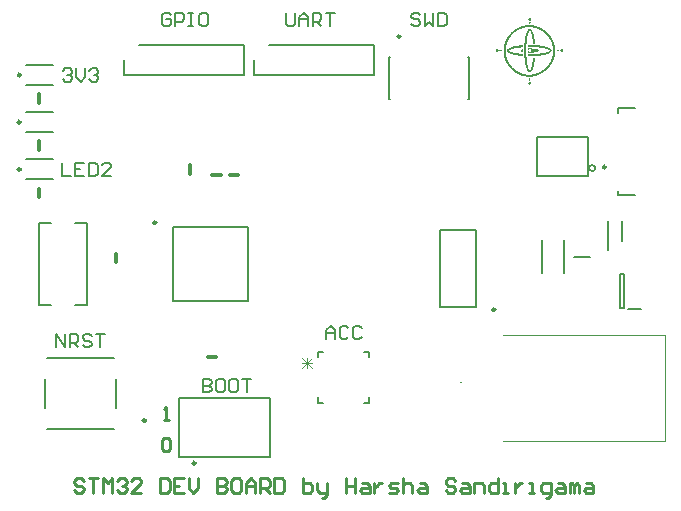
<source format=gto>
G04*
G04 #@! TF.GenerationSoftware,Altium Limited,Altium Designer,22.0.2 (36)*
G04*
G04 Layer_Color=65535*
%FSLAX25Y25*%
%MOIN*%
G70*
G04*
G04 #@! TF.SameCoordinates,77FB473F-6002-4E98-9841-083E989A2A2F*
G04*
G04*
G04 #@! TF.FilePolarity,Positive*
G04*
G01*
G75*
%ADD10C,0.00984*%
%ADD11C,0.00394*%
%ADD12C,0.00787*%
%ADD13C,0.01200*%
%ADD14C,0.00600*%
%ADD15C,0.01000*%
%ADD16C,0.00866*%
%ADD17C,0.00300*%
%ADD18C,0.00709*%
G36*
X500236Y389029D02*
X500315D01*
Y389003D01*
X500367D01*
Y388976D01*
X500394D01*
Y388950D01*
X500420D01*
Y388924D01*
X500446D01*
Y388898D01*
X500472D01*
Y388871D01*
X500499D01*
Y388845D01*
X500525D01*
Y388793D01*
X500551D01*
Y388740D01*
X500577D01*
Y388425D01*
X500551D01*
Y388373D01*
X500525D01*
Y388320D01*
X500499D01*
Y388294D01*
X500472D01*
Y388268D01*
X500446D01*
Y388242D01*
X500420D01*
Y388215D01*
X500394D01*
Y388189D01*
X500367D01*
Y388163D01*
X500289D01*
Y388137D01*
X500210D01*
Y388110D01*
X500026D01*
Y388137D01*
X499921D01*
Y388163D01*
X499869D01*
Y388189D01*
X499843D01*
Y388215D01*
X499816D01*
Y388242D01*
X499790D01*
Y388268D01*
X499764D01*
Y388294D01*
X499738D01*
Y388320D01*
X499711D01*
Y388373D01*
X499685D01*
Y388425D01*
X499659D01*
Y388740D01*
X499685D01*
Y388793D01*
X499711D01*
Y388845D01*
X499738D01*
Y388871D01*
X499764D01*
Y388898D01*
X499790D01*
Y388924D01*
X499816D01*
Y388950D01*
X499843D01*
Y388976D01*
X499869D01*
Y389003D01*
X499921D01*
Y389029D01*
X500000D01*
Y389055D01*
X500236D01*
Y389029D01*
D02*
G37*
G36*
X500184Y387848D02*
X500236D01*
Y387822D01*
X500289D01*
Y387795D01*
X500315D01*
Y387743D01*
X500341D01*
Y387559D01*
X500367D01*
Y387533D01*
X500341D01*
Y387060D01*
X500315D01*
Y387008D01*
X500289D01*
Y386982D01*
X500236D01*
Y386955D01*
X500184D01*
Y386929D01*
X500052D01*
Y386955D01*
X500000D01*
Y386982D01*
X499948D01*
Y387008D01*
X499921D01*
Y387060D01*
X499895D01*
Y387612D01*
Y387638D01*
Y387743D01*
X499921D01*
Y387795D01*
X499948D01*
Y387822D01*
X500000D01*
Y387848D01*
X500052D01*
Y387874D01*
X500184D01*
Y387848D01*
D02*
G37*
G36*
X509869Y378399D02*
X509921D01*
Y378373D01*
X509974D01*
Y378346D01*
X510000D01*
Y378294D01*
X510026D01*
Y378084D01*
X510000D01*
Y378031D01*
X509974D01*
Y378005D01*
X509921D01*
Y377979D01*
X509869D01*
Y377953D01*
X509265D01*
Y377979D01*
X509213D01*
Y378005D01*
X509160D01*
Y378031D01*
X509134D01*
Y378084D01*
X509108D01*
Y378215D01*
Y378241D01*
Y378294D01*
X509134D01*
Y378346D01*
X509160D01*
Y378373D01*
X509213D01*
Y378399D01*
X509265D01*
Y378425D01*
X509869D01*
Y378399D01*
D02*
G37*
G36*
X490735D02*
X490787D01*
Y378373D01*
X490840D01*
Y378346D01*
X490866D01*
Y378294D01*
X490892D01*
Y378084D01*
X490866D01*
Y378031D01*
X490840D01*
Y378005D01*
X490787D01*
Y377979D01*
X490735D01*
Y377953D01*
X490131D01*
Y377979D01*
X490079D01*
Y378005D01*
X490026D01*
Y378031D01*
X490000D01*
Y378084D01*
X489974D01*
Y378294D01*
X490000D01*
Y378346D01*
X490026D01*
Y378373D01*
X490079D01*
Y378399D01*
X490131D01*
Y378425D01*
X490735D01*
Y378399D01*
D02*
G37*
G36*
X510866Y378635D02*
X510945D01*
Y378609D01*
X510997D01*
Y378583D01*
X511024D01*
Y378556D01*
X511050D01*
Y378530D01*
X511076D01*
Y378504D01*
X511102D01*
Y378478D01*
X511129D01*
Y378451D01*
X511155D01*
Y378399D01*
X511181D01*
Y378346D01*
X511207D01*
Y378031D01*
X511181D01*
Y377979D01*
X511155D01*
Y377926D01*
X511129D01*
Y377900D01*
X511102D01*
Y377874D01*
X511076D01*
Y377848D01*
X511050D01*
Y377821D01*
X511024D01*
Y377795D01*
X510997D01*
Y377769D01*
X510945D01*
Y377743D01*
X510866D01*
Y377716D01*
X510630D01*
Y377743D01*
X510551D01*
Y377769D01*
X510499D01*
Y377795D01*
X510472D01*
Y377821D01*
X510446D01*
Y377848D01*
X510420D01*
Y377874D01*
X510394D01*
Y377900D01*
X510367D01*
Y377926D01*
X510341D01*
Y377979D01*
X510315D01*
Y378031D01*
X510289D01*
Y378346D01*
X510315D01*
Y378399D01*
X510341D01*
Y378451D01*
X510367D01*
Y378478D01*
X510394D01*
Y378504D01*
X510420D01*
Y378530D01*
X510446D01*
Y378556D01*
X510472D01*
Y378583D01*
X510499D01*
Y378609D01*
X510551D01*
Y378635D01*
X510630D01*
Y378661D01*
X510866D01*
Y378635D01*
D02*
G37*
G36*
X489344D02*
X489449D01*
Y378609D01*
X489501D01*
Y378583D01*
X489528D01*
Y378556D01*
X489554D01*
Y378530D01*
X489580D01*
Y378504D01*
X489606D01*
Y378478D01*
X489633D01*
Y378451D01*
X489659D01*
Y378399D01*
X489685D01*
Y378346D01*
X489711D01*
Y378031D01*
X489685D01*
Y377979D01*
X489659D01*
Y377926D01*
X489633D01*
Y377900D01*
X489606D01*
Y377874D01*
X489580D01*
Y377848D01*
X489554D01*
Y377821D01*
X489528D01*
Y377795D01*
X489501D01*
Y377769D01*
X489449D01*
Y377743D01*
X489344D01*
Y377716D01*
X489160D01*
Y377743D01*
X489055D01*
Y377769D01*
X489003D01*
Y377795D01*
X488976D01*
Y377821D01*
X488950D01*
Y377848D01*
X488924D01*
Y377874D01*
X488898D01*
Y377900D01*
X488871D01*
Y377926D01*
X488845D01*
Y377979D01*
X488819D01*
Y378031D01*
X488793D01*
Y378346D01*
X488819D01*
Y378399D01*
X488845D01*
Y378451D01*
X488871D01*
Y378478D01*
X488898D01*
Y378504D01*
X488924D01*
Y378530D01*
X488950D01*
Y378556D01*
X488976D01*
Y378583D01*
X489003D01*
Y378609D01*
X489055D01*
Y378635D01*
X489160D01*
Y378661D01*
X489344D01*
Y378635D01*
D02*
G37*
G36*
X500367Y386667D02*
X500682D01*
Y386640D01*
X500919D01*
Y386614D01*
X501102D01*
Y386588D01*
X501260D01*
Y386562D01*
X501417D01*
Y386535D01*
X501522D01*
Y386509D01*
X501653D01*
Y386483D01*
X501758D01*
Y386457D01*
X501863D01*
Y386431D01*
X501968D01*
Y386404D01*
X502073D01*
Y386378D01*
X502152D01*
Y386352D01*
X502257D01*
Y386326D01*
X502336D01*
Y386299D01*
X502415D01*
Y386273D01*
X502493D01*
Y386247D01*
X502572D01*
Y386221D01*
X502651D01*
Y386194D01*
X502730D01*
Y386168D01*
X502782D01*
Y386142D01*
X502861D01*
Y386116D01*
X502913D01*
Y386089D01*
X502992D01*
Y386063D01*
X503045D01*
Y386037D01*
X503123D01*
Y386011D01*
X503176D01*
Y385984D01*
X503228D01*
Y385958D01*
X503307D01*
Y385932D01*
X503360D01*
Y385906D01*
X503412D01*
Y385879D01*
X503465D01*
Y385853D01*
X503517D01*
Y385827D01*
X503570D01*
Y385801D01*
X503622D01*
Y385774D01*
X503675D01*
Y385748D01*
X503727D01*
Y385722D01*
X503780D01*
Y385696D01*
X503832D01*
Y385669D01*
X503885D01*
Y385643D01*
X503937D01*
Y385617D01*
X503990D01*
Y385591D01*
X504016D01*
Y385564D01*
X504068D01*
Y385538D01*
X504121D01*
Y385512D01*
X504173D01*
Y385486D01*
X504200D01*
Y385459D01*
X504252D01*
Y385433D01*
X504305D01*
Y385407D01*
X504331D01*
Y385381D01*
X504383D01*
Y385354D01*
X504410D01*
Y385328D01*
X504462D01*
Y385302D01*
X504514D01*
Y385276D01*
X504541D01*
Y385249D01*
X504593D01*
Y385223D01*
X504619D01*
Y385197D01*
X504672D01*
Y385171D01*
X504698D01*
Y385144D01*
X504751D01*
Y385118D01*
X504777D01*
Y385092D01*
X504803D01*
Y385066D01*
X504856D01*
Y385039D01*
X504882D01*
Y385013D01*
X504934D01*
Y384987D01*
X504961D01*
Y384961D01*
X504987D01*
Y384934D01*
X505039D01*
Y384908D01*
X505066D01*
Y384882D01*
X505092D01*
Y384856D01*
X505144D01*
Y384829D01*
X505171D01*
Y384803D01*
X505197D01*
Y384777D01*
X505223D01*
Y384751D01*
X505276D01*
Y384724D01*
X505302D01*
Y384698D01*
X505328D01*
Y384672D01*
X505354D01*
Y384646D01*
X505407D01*
Y384619D01*
X505433D01*
Y384593D01*
X505459D01*
Y384567D01*
X505486D01*
Y384541D01*
X505512D01*
Y384514D01*
X505564D01*
Y384488D01*
X505591D01*
Y384462D01*
X505617D01*
Y384436D01*
X505643D01*
Y384409D01*
X505669D01*
Y384383D01*
X505695D01*
Y384357D01*
X505722D01*
Y384331D01*
X505748D01*
Y384304D01*
X505774D01*
Y384278D01*
X505827D01*
Y384252D01*
X505853D01*
Y384226D01*
X505879D01*
Y384200D01*
X505905D01*
Y384173D01*
X505932D01*
Y384147D01*
X505958D01*
Y384121D01*
X505984D01*
Y384095D01*
X506010D01*
Y384068D01*
X506037D01*
Y384042D01*
X506063D01*
Y384016D01*
X506089D01*
Y383990D01*
X506115D01*
Y383963D01*
X506142D01*
Y383937D01*
X506168D01*
Y383911D01*
X506194D01*
Y383885D01*
X506220D01*
Y383858D01*
X506247D01*
Y383832D01*
X506273D01*
Y383780D01*
X506299D01*
Y383753D01*
X506325D01*
Y383727D01*
X506352D01*
Y383701D01*
X506378D01*
Y383675D01*
X506404D01*
Y383648D01*
X506430D01*
Y383622D01*
X506457D01*
Y383596D01*
X506483D01*
Y383570D01*
X506509D01*
Y383517D01*
X506535D01*
Y383491D01*
X506562D01*
Y383465D01*
X506588D01*
Y383438D01*
X506614D01*
Y383412D01*
X506640D01*
Y383360D01*
X506667D01*
Y383333D01*
X506693D01*
Y383307D01*
X506719D01*
Y383281D01*
X506745D01*
Y383228D01*
X506772D01*
Y383202D01*
X506798D01*
Y383176D01*
X506824D01*
Y383150D01*
X506850D01*
Y383097D01*
X506877D01*
Y383071D01*
X506903D01*
Y383045D01*
X506929D01*
Y382992D01*
X506955D01*
Y382966D01*
X506982D01*
Y382940D01*
X507008D01*
Y382887D01*
X507034D01*
Y382861D01*
X507060D01*
Y382808D01*
X507087D01*
Y382782D01*
X507113D01*
Y382756D01*
X507139D01*
Y382703D01*
X507165D01*
Y382677D01*
X507192D01*
Y382625D01*
X507218D01*
Y382598D01*
X507244D01*
Y382546D01*
X507270D01*
Y382493D01*
X507297D01*
Y382467D01*
X507323D01*
Y382415D01*
X507349D01*
Y382388D01*
X507375D01*
Y382336D01*
X507402D01*
Y382283D01*
X507428D01*
Y382257D01*
X507454D01*
Y382205D01*
X507480D01*
Y382152D01*
X507507D01*
Y382126D01*
X507533D01*
Y382073D01*
X507559D01*
Y382021D01*
X507585D01*
Y381968D01*
X507612D01*
Y381916D01*
X507638D01*
Y381890D01*
X507664D01*
Y381837D01*
X507690D01*
Y381785D01*
X507717D01*
Y381732D01*
X507743D01*
Y381680D01*
X507769D01*
Y381627D01*
X507795D01*
Y381575D01*
X507822D01*
Y381522D01*
X507848D01*
Y381444D01*
X507874D01*
Y381391D01*
X507900D01*
Y381339D01*
X507927D01*
Y381286D01*
X507953D01*
Y381234D01*
X507979D01*
Y381155D01*
X508005D01*
Y381102D01*
X508032D01*
Y381024D01*
X508058D01*
Y380971D01*
X508084D01*
Y380892D01*
X508110D01*
Y380814D01*
X508137D01*
Y380761D01*
X508163D01*
Y380682D01*
X508189D01*
Y380604D01*
X508215D01*
Y380525D01*
X508242D01*
Y380446D01*
X508268D01*
Y380367D01*
X508294D01*
Y380262D01*
X508320D01*
Y380184D01*
X508347D01*
Y380079D01*
X508373D01*
Y379974D01*
X508399D01*
Y379869D01*
X508425D01*
Y379764D01*
X508452D01*
Y379632D01*
X508478D01*
Y379501D01*
X508504D01*
Y379344D01*
X508530D01*
Y379186D01*
X508556D01*
Y378976D01*
X508583D01*
Y378714D01*
X508609D01*
Y377428D01*
X508583D01*
Y377192D01*
X508556D01*
Y376982D01*
X508530D01*
Y376798D01*
X508504D01*
Y376667D01*
X508478D01*
Y376535D01*
X508452D01*
Y376404D01*
X508425D01*
Y376273D01*
X508399D01*
Y376168D01*
X508373D01*
Y376063D01*
X508347D01*
Y375984D01*
X508320D01*
Y375879D01*
X508294D01*
Y375800D01*
X508268D01*
Y375722D01*
X508242D01*
Y375617D01*
X508215D01*
Y375538D01*
X508189D01*
Y375486D01*
X508163D01*
Y375407D01*
X508137D01*
Y375328D01*
X508110D01*
Y375249D01*
X508084D01*
Y375197D01*
X508058D01*
Y375118D01*
X508032D01*
Y375066D01*
X508005D01*
Y374987D01*
X507979D01*
Y374934D01*
X507953D01*
Y374856D01*
X507927D01*
Y374803D01*
X507900D01*
Y374751D01*
X507874D01*
Y374698D01*
X507848D01*
Y374646D01*
X507822D01*
Y374593D01*
X507795D01*
Y374541D01*
X507769D01*
Y374488D01*
X507743D01*
Y374410D01*
X507717D01*
Y374383D01*
X507690D01*
Y374331D01*
X507664D01*
Y374278D01*
X507638D01*
Y374226D01*
X507612D01*
Y374173D01*
X507585D01*
Y374121D01*
X507559D01*
Y374095D01*
X507533D01*
Y374042D01*
X507507D01*
Y373990D01*
X507480D01*
Y373937D01*
X507454D01*
Y373911D01*
X507428D01*
Y373858D01*
X507402D01*
Y373806D01*
X507375D01*
Y373780D01*
X507349D01*
Y373727D01*
X507323D01*
Y373675D01*
X507297D01*
Y373648D01*
X507270D01*
Y373596D01*
X507244D01*
Y373569D01*
X507218D01*
Y373517D01*
X507192D01*
Y373491D01*
X507165D01*
Y373438D01*
X507139D01*
Y373412D01*
X507113D01*
Y373360D01*
X507087D01*
Y373333D01*
X507060D01*
Y373307D01*
X507034D01*
Y373255D01*
X507008D01*
Y373228D01*
X506982D01*
Y373176D01*
X506955D01*
Y373150D01*
X506929D01*
Y373123D01*
X506903D01*
Y373071D01*
X506877D01*
Y373045D01*
X506850D01*
Y373018D01*
X506824D01*
Y372966D01*
X506798D01*
Y372940D01*
X506772D01*
Y372913D01*
X506745D01*
Y372887D01*
X506719D01*
Y372835D01*
X506693D01*
Y372808D01*
X506667D01*
Y372782D01*
X506640D01*
Y372756D01*
X506614D01*
Y372703D01*
X506588D01*
Y372677D01*
X506562D01*
Y372651D01*
X506535D01*
Y372625D01*
X506509D01*
Y372598D01*
X506483D01*
Y372572D01*
X506457D01*
Y372520D01*
X506430D01*
Y372493D01*
X506404D01*
Y372467D01*
X506378D01*
Y372441D01*
X506352D01*
Y372415D01*
X506325D01*
Y372389D01*
X506299D01*
Y372362D01*
X506273D01*
Y372336D01*
X506247D01*
Y372310D01*
X506220D01*
Y372284D01*
X506194D01*
Y372257D01*
X506168D01*
Y372231D01*
X506142D01*
Y372205D01*
X506115D01*
Y372152D01*
X506089D01*
Y372126D01*
X506037D01*
Y372074D01*
X505984D01*
Y372047D01*
X505958D01*
Y372021D01*
X505932D01*
Y371995D01*
X505905D01*
Y371969D01*
X505879D01*
Y371942D01*
X505853D01*
Y371916D01*
X505827D01*
Y371890D01*
X505800D01*
Y371864D01*
X505774D01*
Y371837D01*
X505748D01*
Y371811D01*
X505722D01*
Y371785D01*
X505695D01*
Y371759D01*
X505669D01*
Y371732D01*
X505643D01*
Y371706D01*
X505591D01*
Y371680D01*
X505564D01*
Y371654D01*
X505538D01*
Y371627D01*
X505512D01*
Y371601D01*
X505486D01*
Y371575D01*
X505459D01*
Y371549D01*
X505407D01*
Y371522D01*
X505381D01*
Y371496D01*
X505354D01*
Y371470D01*
X505328D01*
Y371444D01*
X505302D01*
Y371417D01*
X505249D01*
Y371391D01*
X505223D01*
Y371365D01*
X505197D01*
Y371339D01*
X505171D01*
Y371312D01*
X505118D01*
Y371286D01*
X505092D01*
Y371260D01*
X505066D01*
Y371234D01*
X505013D01*
Y371207D01*
X504987D01*
Y371181D01*
X504961D01*
Y371155D01*
X504908D01*
Y371129D01*
X504882D01*
Y371102D01*
X504829D01*
Y371076D01*
X504803D01*
Y371050D01*
X504777D01*
Y371024D01*
X504724D01*
Y370997D01*
X504698D01*
Y370971D01*
X504646D01*
Y370945D01*
X504619D01*
Y370919D01*
X504567D01*
Y370892D01*
X504541D01*
Y370866D01*
X504488D01*
Y370840D01*
X504462D01*
Y370814D01*
X504410D01*
Y370787D01*
X504357D01*
Y370761D01*
X504331D01*
Y370735D01*
X504278D01*
Y370709D01*
X504226D01*
Y370682D01*
X504200D01*
Y370656D01*
X504147D01*
Y370630D01*
X504095D01*
Y370604D01*
X504042D01*
Y370577D01*
X504016D01*
Y370551D01*
X503963D01*
Y370525D01*
X503911D01*
Y370499D01*
X503858D01*
Y370472D01*
X503806D01*
Y370446D01*
X503780D01*
Y370420D01*
X503727D01*
Y370394D01*
X503675D01*
Y370368D01*
X503622D01*
Y370341D01*
X503570D01*
Y370315D01*
X503517D01*
Y370289D01*
X503438D01*
Y370263D01*
X503386D01*
Y370236D01*
X503333D01*
Y370210D01*
X503281D01*
Y370184D01*
X503228D01*
Y370158D01*
X503176D01*
Y370131D01*
X503097D01*
Y370105D01*
X503045D01*
Y370079D01*
X502966D01*
Y370053D01*
X502913D01*
Y370026D01*
X502835D01*
Y370000D01*
X502782D01*
Y369974D01*
X502703D01*
Y369948D01*
X502625D01*
Y369921D01*
X502546D01*
Y369895D01*
X502467D01*
Y369869D01*
X502388D01*
Y369843D01*
X502310D01*
Y369816D01*
X502231D01*
Y369790D01*
X502126D01*
Y369764D01*
X502047D01*
Y369738D01*
X501942D01*
Y369711D01*
X501837D01*
Y369685D01*
X501732D01*
Y369659D01*
X501627D01*
Y369633D01*
X501496D01*
Y369606D01*
X501365D01*
Y369580D01*
X501207D01*
Y369554D01*
X501050D01*
Y369528D01*
X500866D01*
Y369501D01*
X500604D01*
Y369475D01*
X500210D01*
Y369449D01*
X499554D01*
Y369475D01*
X499160D01*
Y369501D01*
X498924D01*
Y369528D01*
X498714D01*
Y369554D01*
X498556D01*
Y369580D01*
X498399D01*
Y369606D01*
X498294D01*
Y369633D01*
X498163D01*
Y369659D01*
X498032D01*
Y369685D01*
X497953D01*
Y369711D01*
X497848D01*
Y369738D01*
X497743D01*
Y369764D01*
X497664D01*
Y369790D01*
X497559D01*
Y369816D01*
X497480D01*
Y369843D01*
X497402D01*
Y369869D01*
X497323D01*
Y369895D01*
X497244D01*
Y369921D01*
X497165D01*
Y369948D01*
X497087D01*
Y369974D01*
X497034D01*
Y370000D01*
X496955D01*
Y370026D01*
X496903D01*
Y370053D01*
X496824D01*
Y370079D01*
X496772D01*
Y370105D01*
X496693D01*
Y370131D01*
X496640D01*
Y370158D01*
X496588D01*
Y370184D01*
X496535D01*
Y370210D01*
X496457D01*
Y370236D01*
X496404D01*
Y370263D01*
X496352D01*
Y370289D01*
X496299D01*
Y370315D01*
X496247D01*
Y370341D01*
X496194D01*
Y370368D01*
X496142D01*
Y370394D01*
X496089D01*
Y370420D01*
X496063D01*
Y370446D01*
X496010D01*
Y370472D01*
X495958D01*
Y370499D01*
X495905D01*
Y370525D01*
X495853D01*
Y370551D01*
X495800D01*
Y370577D01*
X495774D01*
Y370604D01*
X495722D01*
Y370630D01*
X495669D01*
Y370656D01*
X495643D01*
Y370682D01*
X495591D01*
Y370709D01*
X495564D01*
Y370735D01*
X495512D01*
Y370761D01*
X495459D01*
Y370787D01*
X495433D01*
Y370814D01*
X495381D01*
Y370840D01*
X495354D01*
Y370866D01*
X495302D01*
Y370892D01*
X495276D01*
Y370919D01*
X495223D01*
Y370945D01*
X495197D01*
Y370971D01*
X495144D01*
Y370997D01*
X495118D01*
Y371024D01*
X495092D01*
Y371050D01*
X495039D01*
Y371076D01*
X495013D01*
Y371102D01*
X494961D01*
Y371129D01*
X494934D01*
Y371155D01*
X494908D01*
Y371181D01*
X494856D01*
Y371207D01*
X494829D01*
Y371234D01*
X494803D01*
Y371260D01*
X494777D01*
Y371286D01*
X494724D01*
Y371312D01*
X494698D01*
Y371339D01*
X494672D01*
Y371365D01*
X494646D01*
Y371391D01*
X494593D01*
Y371417D01*
X494567D01*
Y371444D01*
X494541D01*
Y371470D01*
X494514D01*
Y371496D01*
X494488D01*
Y371522D01*
X494436D01*
Y371549D01*
X494410D01*
Y371575D01*
X494383D01*
Y371601D01*
X494357D01*
Y371627D01*
X494331D01*
Y371654D01*
X494305D01*
Y371680D01*
X494278D01*
Y371706D01*
X494252D01*
Y371732D01*
X494200D01*
Y371759D01*
X494173D01*
Y371785D01*
X494147D01*
Y371811D01*
X494121D01*
Y371837D01*
X494095D01*
Y371864D01*
X494068D01*
Y371890D01*
X494042D01*
Y371916D01*
X494016D01*
Y371942D01*
X493990D01*
Y371969D01*
X493963D01*
Y371995D01*
X493937D01*
Y372021D01*
X493911D01*
Y372047D01*
X493885D01*
Y372074D01*
X493858D01*
Y372100D01*
X493832D01*
Y372126D01*
X493806D01*
Y372152D01*
X493780D01*
Y372179D01*
X493753D01*
Y372205D01*
X493727D01*
Y372257D01*
X493701D01*
Y372284D01*
X493675D01*
Y372310D01*
X493648D01*
Y372336D01*
X493622D01*
Y372362D01*
X493596D01*
Y372389D01*
X493570D01*
Y372415D01*
X493543D01*
Y372441D01*
X493517D01*
Y372467D01*
X493491D01*
Y372520D01*
X493465D01*
Y372546D01*
X493438D01*
Y372572D01*
X493412D01*
Y372598D01*
X493386D01*
Y372625D01*
X493360D01*
Y372677D01*
X493333D01*
Y372703D01*
X493307D01*
Y372730D01*
X493281D01*
Y372756D01*
X493255D01*
Y372808D01*
X493228D01*
Y372835D01*
X493202D01*
Y372861D01*
X493176D01*
Y372913D01*
X493150D01*
Y372940D01*
X493123D01*
Y372966D01*
X493097D01*
Y373018D01*
X493071D01*
Y373045D01*
X493045D01*
Y373071D01*
X493018D01*
Y373123D01*
X492992D01*
Y373150D01*
X492966D01*
Y373202D01*
X492940D01*
Y373228D01*
X492913D01*
Y373255D01*
X492887D01*
Y373307D01*
X492861D01*
Y373333D01*
X492835D01*
Y373386D01*
X492808D01*
Y373412D01*
X492782D01*
Y373465D01*
X492756D01*
Y373491D01*
X492730D01*
Y373543D01*
X492703D01*
Y373596D01*
X492677D01*
Y373622D01*
X492651D01*
Y373675D01*
X492625D01*
Y373701D01*
X492598D01*
Y373753D01*
X492572D01*
Y373806D01*
X492546D01*
Y373858D01*
X492520D01*
Y373885D01*
X492493D01*
Y373937D01*
X492467D01*
Y373990D01*
X492441D01*
Y374042D01*
X492415D01*
Y374095D01*
X492388D01*
Y374121D01*
X492362D01*
Y374173D01*
X492336D01*
Y374226D01*
X492310D01*
Y374278D01*
X492283D01*
Y374331D01*
X492257D01*
Y374383D01*
X492231D01*
Y374436D01*
X492205D01*
Y374488D01*
X492178D01*
Y374567D01*
X492152D01*
Y374619D01*
X492126D01*
Y374672D01*
X492100D01*
Y374724D01*
X492073D01*
Y374803D01*
X492047D01*
Y374856D01*
X492021D01*
Y374908D01*
X491995D01*
Y374987D01*
X491968D01*
Y375039D01*
X491942D01*
Y375118D01*
X491916D01*
Y375197D01*
X491890D01*
Y375249D01*
X491863D01*
Y375328D01*
X491837D01*
Y375407D01*
X491811D01*
Y375486D01*
X491785D01*
Y375564D01*
X491758D01*
Y375669D01*
X491732D01*
Y375748D01*
X491706D01*
Y375827D01*
X491680D01*
Y375932D01*
X491653D01*
Y376037D01*
X491627D01*
Y376142D01*
X491601D01*
Y376247D01*
X491575D01*
Y376352D01*
X491549D01*
Y376483D01*
X491522D01*
Y376640D01*
X491496D01*
Y376772D01*
X491470D01*
Y376955D01*
X491444D01*
Y377165D01*
X491417D01*
Y377428D01*
X491391D01*
Y378688D01*
X491417D01*
Y378976D01*
X491444D01*
Y379186D01*
X491470D01*
Y379370D01*
X491496D01*
Y379528D01*
X491522D01*
Y379659D01*
X491549D01*
Y379790D01*
X491575D01*
Y379895D01*
X491601D01*
Y380026D01*
X491627D01*
Y380131D01*
X491653D01*
Y380210D01*
X491680D01*
Y380315D01*
X491706D01*
Y380420D01*
X491732D01*
Y380499D01*
X491758D01*
Y380577D01*
X491785D01*
Y380656D01*
X491811D01*
Y380735D01*
X491837D01*
Y380814D01*
X491863D01*
Y380892D01*
X491890D01*
Y380971D01*
X491916D01*
Y381024D01*
X491942D01*
Y381102D01*
X491968D01*
Y381155D01*
X491995D01*
Y381234D01*
X492021D01*
Y381286D01*
X492047D01*
Y381365D01*
X492073D01*
Y381417D01*
X492100D01*
Y381470D01*
X492126D01*
Y381549D01*
X492152D01*
Y381601D01*
X492178D01*
Y381653D01*
X492205D01*
Y381706D01*
X492231D01*
Y381758D01*
X492257D01*
Y381811D01*
X492283D01*
Y381863D01*
X492310D01*
Y381916D01*
X492336D01*
Y381968D01*
X492362D01*
Y382021D01*
X492388D01*
Y382073D01*
X492415D01*
Y382126D01*
X492441D01*
Y382152D01*
X492467D01*
Y382205D01*
X492493D01*
Y382257D01*
X492520D01*
Y382310D01*
X492546D01*
Y382362D01*
X492572D01*
Y382388D01*
X492598D01*
Y382441D01*
X492625D01*
Y382493D01*
X492651D01*
Y382520D01*
X492677D01*
Y382572D01*
X492703D01*
Y382598D01*
X492730D01*
Y382651D01*
X492756D01*
Y382677D01*
X492782D01*
Y382730D01*
X492808D01*
Y382756D01*
X492835D01*
Y382808D01*
X492861D01*
Y382835D01*
X492887D01*
Y382887D01*
X492913D01*
Y382913D01*
X492940D01*
Y382966D01*
X492966D01*
Y382992D01*
X492992D01*
Y383045D01*
X493018D01*
Y383071D01*
X493045D01*
Y383097D01*
X493071D01*
Y383150D01*
X493097D01*
Y383176D01*
X493123D01*
Y383202D01*
X493150D01*
Y383255D01*
X493176D01*
Y383281D01*
X493202D01*
Y383307D01*
X493228D01*
Y383360D01*
X493255D01*
Y383386D01*
X493281D01*
Y383412D01*
X493307D01*
Y383438D01*
X493333D01*
Y383491D01*
X493360D01*
Y383517D01*
X493386D01*
Y383543D01*
X493412D01*
Y383570D01*
X493438D01*
Y383596D01*
X493465D01*
Y383648D01*
X493491D01*
Y383675D01*
X493517D01*
Y383701D01*
X493543D01*
Y383727D01*
X493570D01*
Y383753D01*
X493596D01*
Y383780D01*
X493622D01*
Y383832D01*
X493648D01*
Y383858D01*
X493675D01*
Y383885D01*
X493701D01*
Y383911D01*
X493727D01*
Y383937D01*
X493753D01*
Y383963D01*
X493780D01*
Y383990D01*
X493806D01*
Y384016D01*
X493832D01*
Y384042D01*
X493858D01*
Y384068D01*
X493885D01*
Y384095D01*
X493911D01*
Y384121D01*
X493937D01*
Y384147D01*
X493963D01*
Y384173D01*
X493990D01*
Y384200D01*
X494016D01*
Y384226D01*
X494042D01*
Y384252D01*
X494068D01*
Y384278D01*
X494095D01*
Y384304D01*
X494121D01*
Y384331D01*
X494147D01*
Y384357D01*
X494173D01*
Y384383D01*
X494200D01*
Y384409D01*
X494226D01*
Y384436D01*
X494252D01*
Y384462D01*
X494278D01*
Y384488D01*
X494331D01*
Y384514D01*
X494357D01*
Y384541D01*
X494383D01*
Y384567D01*
X494410D01*
Y384593D01*
X494436D01*
Y384619D01*
X494462D01*
Y384646D01*
X494488D01*
Y384672D01*
X494541D01*
Y384698D01*
X494567D01*
Y384724D01*
X494593D01*
Y384751D01*
X494619D01*
Y384777D01*
X494646D01*
Y384803D01*
X494698D01*
Y384829D01*
X494724D01*
Y384856D01*
X494751D01*
Y384882D01*
X494777D01*
Y384908D01*
X494829D01*
Y384934D01*
X494856D01*
Y384961D01*
X494882D01*
Y384987D01*
X494934D01*
Y385013D01*
X494961D01*
Y385039D01*
X494987D01*
Y385066D01*
X495039D01*
Y385092D01*
X495066D01*
Y385118D01*
X495118D01*
Y385144D01*
X495144D01*
Y385171D01*
X495171D01*
Y385197D01*
X495223D01*
Y385223D01*
X495249D01*
Y385249D01*
X495302D01*
Y385276D01*
X495328D01*
Y385302D01*
X495381D01*
Y385328D01*
X495407D01*
Y385354D01*
X495459D01*
Y385381D01*
X495486D01*
Y385407D01*
X495538D01*
Y385433D01*
X495591D01*
Y385459D01*
X495617D01*
Y385486D01*
X495669D01*
Y385512D01*
X495695D01*
Y385538D01*
X495748D01*
Y385564D01*
X495800D01*
Y385591D01*
X495853D01*
Y385617D01*
X495879D01*
Y385643D01*
X495932D01*
Y385669D01*
X495984D01*
Y385696D01*
X496037D01*
Y385722D01*
X496089D01*
Y385748D01*
X496142D01*
Y385774D01*
X496194D01*
Y385801D01*
X496247D01*
Y385827D01*
X496273D01*
Y385853D01*
X496352D01*
Y385879D01*
X496404D01*
Y385906D01*
X496457D01*
Y385932D01*
X496509D01*
Y385958D01*
X496562D01*
Y385984D01*
X496614D01*
Y386011D01*
X496693D01*
Y386037D01*
X496745D01*
Y386063D01*
X496798D01*
Y386089D01*
X496877D01*
Y386116D01*
X496929D01*
Y386142D01*
X497008D01*
Y386168D01*
X497060D01*
Y386194D01*
X497139D01*
Y386221D01*
X497218D01*
Y386247D01*
X497297D01*
Y386273D01*
X497375D01*
Y386299D01*
X497454D01*
Y386326D01*
X497533D01*
Y386352D01*
X497612D01*
Y386378D01*
X497717D01*
Y386404D01*
X497795D01*
Y386431D01*
X497900D01*
Y386457D01*
X498005D01*
Y386483D01*
X498110D01*
Y386509D01*
X498242D01*
Y386535D01*
X498373D01*
Y386562D01*
X498530D01*
Y386588D01*
X498688D01*
Y386614D01*
X498845D01*
Y386640D01*
X499081D01*
Y386667D01*
X499396D01*
Y386693D01*
X500367D01*
Y386667D01*
D02*
G37*
G36*
X500184Y368950D02*
X500236D01*
Y368924D01*
X500289D01*
Y368898D01*
X500315D01*
Y368845D01*
X500341D01*
Y368661D01*
X500367D01*
Y368635D01*
X500341D01*
Y368215D01*
Y368189D01*
Y368163D01*
X500315D01*
Y368110D01*
X500289D01*
Y368084D01*
X500236D01*
Y368058D01*
X500184D01*
Y368032D01*
X500052D01*
Y368058D01*
X500000D01*
Y368084D01*
X499948D01*
Y368110D01*
X499921D01*
Y368163D01*
X499895D01*
Y368845D01*
X499921D01*
Y368898D01*
X499948D01*
Y368924D01*
X500000D01*
Y368950D01*
X500052D01*
Y368976D01*
X500184D01*
Y368950D01*
D02*
G37*
G36*
X500236Y367769D02*
X500315D01*
Y367743D01*
X500367D01*
Y367717D01*
X500394D01*
Y367690D01*
X500420D01*
Y367664D01*
X500446D01*
Y367638D01*
X500472D01*
Y367612D01*
X500499D01*
Y367585D01*
X500525D01*
Y367533D01*
X500551D01*
Y367480D01*
X500577D01*
Y367165D01*
X500551D01*
Y367113D01*
X500525D01*
Y367060D01*
X500499D01*
Y367034D01*
X500472D01*
Y367008D01*
X500446D01*
Y366982D01*
X500420D01*
Y366955D01*
X500394D01*
Y366929D01*
X500367D01*
Y366903D01*
X500289D01*
Y366877D01*
X500210D01*
Y366850D01*
X500026D01*
Y366877D01*
X499921D01*
Y366903D01*
X499869D01*
Y366929D01*
X499843D01*
Y366955D01*
X499816D01*
Y366982D01*
X499790D01*
Y367008D01*
X499764D01*
Y367034D01*
X499738D01*
Y367060D01*
X499711D01*
Y367113D01*
X499685D01*
Y367165D01*
X499659D01*
Y367480D01*
X499685D01*
Y367533D01*
X499711D01*
Y367585D01*
X499738D01*
Y367612D01*
X499764D01*
Y367638D01*
X499790D01*
Y367664D01*
X499816D01*
Y367690D01*
X499843D01*
Y367717D01*
X499869D01*
Y367743D01*
X499921D01*
Y367769D01*
X500000D01*
Y367795D01*
X500236D01*
Y367769D01*
D02*
G37*
%LPC*%
G36*
X500394Y385984D02*
X499396D01*
Y385958D01*
X499055D01*
Y385932D01*
X498845D01*
Y385906D01*
X498688D01*
Y385879D01*
X498530D01*
Y385853D01*
X498399D01*
Y385827D01*
X498294D01*
Y385801D01*
X498163D01*
Y385774D01*
X498058D01*
Y385748D01*
X497953D01*
Y385722D01*
X497848D01*
Y385696D01*
X497769D01*
Y385669D01*
X497690D01*
Y385643D01*
X497585D01*
Y385617D01*
X497507D01*
Y385591D01*
X497454D01*
Y385564D01*
X497375D01*
Y385538D01*
X497297D01*
Y385512D01*
X497218D01*
Y385486D01*
X497139D01*
Y385459D01*
X497087D01*
Y385433D01*
X497034D01*
Y385407D01*
X496955D01*
Y385381D01*
X496903D01*
Y385354D01*
X496850D01*
Y385328D01*
X496772D01*
Y385302D01*
X496719D01*
Y385276D01*
X496667D01*
Y385249D01*
X496614D01*
Y385223D01*
X496562D01*
Y385197D01*
X496509D01*
Y385171D01*
X496457D01*
Y385144D01*
X496404D01*
Y385118D01*
X496352D01*
Y385092D01*
X496299D01*
Y385066D01*
X496247D01*
Y385039D01*
X496194D01*
Y385013D01*
X496168D01*
Y384987D01*
X496115D01*
Y384961D01*
X496063D01*
Y384934D01*
X496010D01*
Y384908D01*
X495984D01*
Y384882D01*
X495932D01*
Y384856D01*
X495905D01*
Y384829D01*
X495853D01*
Y384803D01*
X495800D01*
Y384777D01*
X495774D01*
Y384751D01*
X495722D01*
Y384724D01*
X495695D01*
Y384698D01*
X495643D01*
Y384672D01*
X495617D01*
Y384646D01*
X495564D01*
Y384619D01*
X495538D01*
Y384593D01*
X495486D01*
Y384567D01*
X495459D01*
Y384541D01*
X495433D01*
Y384514D01*
X495381D01*
Y384488D01*
X495354D01*
Y384462D01*
X495328D01*
Y384436D01*
X495276D01*
Y384409D01*
X495249D01*
Y384383D01*
X495197D01*
Y384357D01*
X495171D01*
Y384331D01*
X495144D01*
Y384304D01*
X495118D01*
Y384278D01*
X495066D01*
Y384252D01*
X495039D01*
Y384226D01*
X495013D01*
Y384200D01*
X494987D01*
Y384173D01*
X494961D01*
Y384147D01*
X494908D01*
Y384121D01*
X494882D01*
Y384095D01*
X494856D01*
Y384068D01*
X494829D01*
Y384042D01*
X494803D01*
Y384016D01*
X494777D01*
Y383990D01*
X494751D01*
Y383963D01*
X494698D01*
Y383937D01*
X494672D01*
Y383911D01*
X494646D01*
Y383885D01*
X494619D01*
Y383858D01*
X494593D01*
Y383832D01*
X494567D01*
Y383806D01*
X494541D01*
Y383780D01*
X494514D01*
Y383753D01*
X494488D01*
Y383727D01*
X494462D01*
Y383701D01*
X494436D01*
Y383675D01*
X494410D01*
Y383648D01*
X494383D01*
Y383622D01*
X494357D01*
Y383596D01*
X494331D01*
Y383570D01*
X494305D01*
Y383543D01*
X494278D01*
Y383517D01*
X494252D01*
Y383491D01*
X494226D01*
Y383465D01*
X494200D01*
Y383438D01*
X494173D01*
Y383386D01*
X494147D01*
Y383360D01*
X494121D01*
Y383333D01*
X494095D01*
Y383307D01*
X494068D01*
Y383281D01*
X494042D01*
Y383255D01*
X494016D01*
Y383228D01*
X493990D01*
Y383176D01*
X493963D01*
Y383150D01*
X493937D01*
Y383123D01*
X493911D01*
Y383097D01*
X493885D01*
Y383071D01*
X493858D01*
Y383018D01*
X493832D01*
Y382992D01*
X493806D01*
Y382966D01*
X493780D01*
Y382940D01*
X493753D01*
Y382887D01*
X493727D01*
Y382861D01*
X493701D01*
Y382835D01*
X493675D01*
Y382782D01*
X493648D01*
Y382756D01*
X493622D01*
Y382730D01*
X493596D01*
Y382677D01*
X493570D01*
Y382651D01*
X493543D01*
Y382598D01*
X493517D01*
Y382572D01*
X493491D01*
Y382520D01*
X493465D01*
Y382493D01*
X493438D01*
Y382467D01*
X493412D01*
Y382415D01*
X493386D01*
Y382362D01*
X493360D01*
Y382336D01*
X493333D01*
Y382283D01*
X493307D01*
Y382257D01*
X493281D01*
Y382205D01*
X493255D01*
Y382178D01*
X493228D01*
Y382126D01*
X493202D01*
Y382073D01*
X493176D01*
Y382021D01*
X493150D01*
Y381995D01*
X493123D01*
Y381942D01*
X493097D01*
Y381890D01*
X493071D01*
Y381837D01*
X493045D01*
Y381811D01*
X493018D01*
Y381758D01*
X492992D01*
Y381706D01*
X492966D01*
Y381653D01*
X492940D01*
Y381601D01*
X492913D01*
Y381549D01*
X492887D01*
Y381496D01*
X492861D01*
Y381444D01*
X492835D01*
Y381391D01*
X492808D01*
Y381339D01*
X492782D01*
Y381260D01*
X492756D01*
Y381207D01*
X492730D01*
Y381155D01*
X492703D01*
Y381076D01*
X492677D01*
Y381024D01*
X492651D01*
Y380945D01*
X492625D01*
Y380892D01*
X492598D01*
Y380814D01*
X492572D01*
Y380735D01*
X492546D01*
Y380682D01*
X492520D01*
Y380604D01*
X492493D01*
Y380525D01*
X492467D01*
Y380446D01*
X492441D01*
Y380367D01*
X492415D01*
Y380262D01*
X492388D01*
Y380184D01*
X492362D01*
Y380079D01*
X492336D01*
Y379974D01*
X492310D01*
Y379869D01*
X492283D01*
Y379764D01*
X492257D01*
Y379632D01*
X492231D01*
Y379501D01*
X492205D01*
Y379344D01*
X492178D01*
Y379186D01*
X492152D01*
Y378950D01*
X492126D01*
Y378714D01*
X492100D01*
Y378189D01*
X492073D01*
Y378163D01*
X492100D01*
Y378136D01*
X492073D01*
Y378058D01*
X492100D01*
Y378031D01*
X492073D01*
Y378005D01*
X492100D01*
Y377428D01*
X492126D01*
Y377192D01*
X492152D01*
Y376982D01*
X492178D01*
Y376798D01*
X492205D01*
Y376667D01*
X492231D01*
Y376509D01*
X492257D01*
Y376404D01*
X492283D01*
Y376273D01*
X492310D01*
Y376168D01*
X492336D01*
Y376063D01*
X492362D01*
Y375984D01*
X492388D01*
Y375879D01*
X492415D01*
Y375800D01*
X492441D01*
Y375722D01*
X492467D01*
Y375643D01*
X492493D01*
Y375538D01*
X492520D01*
Y375486D01*
X492546D01*
Y375407D01*
X492572D01*
Y375328D01*
X492598D01*
Y375276D01*
X492625D01*
Y375197D01*
X492651D01*
Y375118D01*
X492677D01*
Y375066D01*
X492703D01*
Y375013D01*
X492730D01*
Y374934D01*
X492756D01*
Y374882D01*
X492782D01*
Y374829D01*
X492808D01*
Y374777D01*
X492835D01*
Y374724D01*
X492861D01*
Y374646D01*
X492887D01*
Y374593D01*
X492913D01*
Y374541D01*
X492940D01*
Y374514D01*
Y374488D01*
X492966D01*
Y374436D01*
X492992D01*
Y374410D01*
X493018D01*
Y374357D01*
X493045D01*
Y374305D01*
X493071D01*
Y374252D01*
X493097D01*
Y374200D01*
X493123D01*
Y374173D01*
X493150D01*
Y374121D01*
X493176D01*
Y374068D01*
X493202D01*
Y374016D01*
X493228D01*
Y373990D01*
X493255D01*
Y373937D01*
X493281D01*
Y373911D01*
X493307D01*
Y373858D01*
X493333D01*
Y373806D01*
X493360D01*
Y373780D01*
X493386D01*
Y373727D01*
X493412D01*
Y373701D01*
X493438D01*
Y373648D01*
X493465D01*
Y373622D01*
X493491D01*
Y373569D01*
X493517D01*
Y373543D01*
X493543D01*
Y373491D01*
X493570D01*
Y373465D01*
X493596D01*
Y373438D01*
X493622D01*
Y373386D01*
X493648D01*
Y373360D01*
X493675D01*
Y373333D01*
X493701D01*
Y373281D01*
X493727D01*
Y373255D01*
X493753D01*
Y373228D01*
X493780D01*
Y373176D01*
X493806D01*
Y373150D01*
X493832D01*
Y373123D01*
X493858D01*
Y373097D01*
X493885D01*
Y373045D01*
X493911D01*
Y373018D01*
X493937D01*
Y372992D01*
X493963D01*
Y372966D01*
X493990D01*
Y372940D01*
X494016D01*
Y372913D01*
X494042D01*
Y372861D01*
X494068D01*
Y372835D01*
X494095D01*
Y372808D01*
X494121D01*
Y372782D01*
X494147D01*
Y372756D01*
X494173D01*
Y372730D01*
X494200D01*
Y372703D01*
X494226D01*
Y372677D01*
X494252D01*
Y372625D01*
X494278D01*
Y372598D01*
X494305D01*
Y372572D01*
X494331D01*
Y372546D01*
X494357D01*
Y372520D01*
X494383D01*
Y372493D01*
X494410D01*
Y372467D01*
X494436D01*
Y372441D01*
X494462D01*
Y372415D01*
X494488D01*
Y372389D01*
X494514D01*
Y372362D01*
X494541D01*
Y372336D01*
X494567D01*
Y372310D01*
X494593D01*
Y372284D01*
X494646D01*
Y372257D01*
X494672D01*
Y372231D01*
X494698D01*
Y372205D01*
X494724D01*
Y372179D01*
X494751D01*
Y372152D01*
X494777D01*
Y372126D01*
X494803D01*
Y372100D01*
X494829D01*
Y372074D01*
X494856D01*
Y372047D01*
X494908D01*
Y372021D01*
X494934D01*
Y371995D01*
X494961D01*
Y371969D01*
X494987D01*
Y371942D01*
X495013D01*
Y371916D01*
X495066D01*
Y371890D01*
X495092D01*
Y371864D01*
X495118D01*
Y371837D01*
X495144D01*
Y371811D01*
X495197D01*
Y371785D01*
X495223D01*
Y371759D01*
X495249D01*
Y371732D01*
X495302D01*
Y371706D01*
X495328D01*
Y371680D01*
X495354D01*
Y371654D01*
X495407D01*
Y371627D01*
X495433D01*
Y371601D01*
X495459D01*
Y371575D01*
X495512D01*
Y371549D01*
X495538D01*
Y371522D01*
X495591D01*
Y371496D01*
X495617D01*
Y371470D01*
X495669D01*
Y371444D01*
X495695D01*
Y371417D01*
X495748D01*
Y371391D01*
X495774D01*
Y371365D01*
X495827D01*
Y371339D01*
X495853D01*
Y371312D01*
X495905D01*
Y371286D01*
X495958D01*
Y371260D01*
X495984D01*
Y371234D01*
X496037D01*
Y371207D01*
X496089D01*
Y371181D01*
X496142D01*
Y371155D01*
X496168D01*
Y371129D01*
X496220D01*
Y371102D01*
X496273D01*
Y371076D01*
X496325D01*
Y371050D01*
X496378D01*
Y371024D01*
X496430D01*
Y370997D01*
X496457D01*
Y370971D01*
X496509D01*
Y370945D01*
X496562D01*
Y370919D01*
X496614D01*
Y370892D01*
X496693D01*
Y370866D01*
X496745D01*
Y370840D01*
X496798D01*
Y370814D01*
X496850D01*
Y370787D01*
X496903D01*
Y370761D01*
X496982D01*
Y370735D01*
X497034D01*
Y370709D01*
X497113D01*
Y370682D01*
X497165D01*
Y370656D01*
X497244D01*
Y370630D01*
X497323D01*
Y370604D01*
X497375D01*
Y370577D01*
X497454D01*
Y370551D01*
X497533D01*
Y370525D01*
X497612D01*
Y370499D01*
X497717D01*
Y370472D01*
X497795D01*
Y370446D01*
X497900D01*
Y370420D01*
X497979D01*
Y370394D01*
X498084D01*
Y370368D01*
X498189D01*
Y370341D01*
X498320D01*
Y370315D01*
X498452D01*
Y370289D01*
X498583D01*
Y370263D01*
X498740D01*
Y370236D01*
X498924D01*
Y370210D01*
X499134D01*
Y370184D01*
X499528D01*
Y370158D01*
X500236D01*
Y370184D01*
X500630D01*
Y370210D01*
X500840D01*
Y370236D01*
X501024D01*
Y370263D01*
X501207D01*
Y370289D01*
X501339D01*
Y370315D01*
X501470D01*
Y370341D01*
X501575D01*
Y370368D01*
X501680D01*
Y370394D01*
X501785D01*
Y370420D01*
X501890D01*
Y370446D01*
X501995D01*
Y370472D01*
X502073D01*
Y370499D01*
X502152D01*
Y370525D01*
X502257D01*
Y370551D01*
X502336D01*
Y370577D01*
X502415D01*
Y370604D01*
X502493D01*
Y370630D01*
X502546D01*
Y370656D01*
X502625D01*
Y370682D01*
X502703D01*
Y370709D01*
X502756D01*
Y370735D01*
X502808D01*
Y370761D01*
X502887D01*
Y370787D01*
X502940D01*
Y370814D01*
X502992D01*
Y370840D01*
X503071D01*
Y370866D01*
X503123D01*
Y370892D01*
X503176D01*
Y370919D01*
X503228D01*
Y370945D01*
X503281D01*
Y370971D01*
X503333D01*
Y370997D01*
X503386D01*
Y371024D01*
X503438D01*
Y371050D01*
X503491D01*
Y371076D01*
X503543D01*
Y371102D01*
X503596D01*
Y371129D01*
X503648D01*
Y371155D01*
X503701D01*
Y371181D01*
X503753D01*
Y371207D01*
X503780D01*
Y371234D01*
X503832D01*
Y371260D01*
X503885D01*
Y371286D01*
X503911D01*
Y371312D01*
X503963D01*
Y371339D01*
X504016D01*
Y371365D01*
X504042D01*
Y371391D01*
X504095D01*
Y371417D01*
X504147D01*
Y371444D01*
X504173D01*
Y371470D01*
X504226D01*
Y371496D01*
X504252D01*
Y371522D01*
X504305D01*
Y371549D01*
X504331D01*
Y371575D01*
X504383D01*
Y371601D01*
X504410D01*
Y371627D01*
X504436D01*
Y371654D01*
X504488D01*
Y371680D01*
X504514D01*
Y371706D01*
X504567D01*
Y371732D01*
X504593D01*
Y371759D01*
X504619D01*
Y371785D01*
X504672D01*
Y371811D01*
X504698D01*
Y371837D01*
X504724D01*
Y371864D01*
X504777D01*
Y371890D01*
X504803D01*
Y371916D01*
X504829D01*
Y371942D01*
X504856D01*
Y371969D01*
X504908D01*
Y371995D01*
X504934D01*
Y372021D01*
X504961D01*
Y372047D01*
X504987D01*
Y372074D01*
X505039D01*
Y372100D01*
X505066D01*
Y372126D01*
X505092D01*
Y372152D01*
X505118D01*
Y372179D01*
X505144D01*
Y372205D01*
X505171D01*
Y372231D01*
X505197D01*
Y372257D01*
X505249D01*
Y372284D01*
X505276D01*
Y372310D01*
X505302D01*
Y372336D01*
X505328D01*
Y372362D01*
X505354D01*
Y372389D01*
X505381D01*
Y372415D01*
X505407D01*
Y372441D01*
X505433D01*
Y372467D01*
X505459D01*
Y372493D01*
X505486D01*
Y372520D01*
X505512D01*
Y372546D01*
X505538D01*
Y372572D01*
X505564D01*
Y372598D01*
X505591D01*
Y372625D01*
X505617D01*
Y372651D01*
X505643D01*
Y372677D01*
X505669D01*
Y372703D01*
X505695D01*
Y372730D01*
X505722D01*
Y372756D01*
X505748D01*
Y372782D01*
X505774D01*
Y372808D01*
X505800D01*
Y372835D01*
X505827D01*
Y372861D01*
X505853D01*
Y372887D01*
X505879D01*
Y372913D01*
X505905D01*
Y372966D01*
X505932D01*
Y372992D01*
X505958D01*
Y373018D01*
X505984D01*
Y373045D01*
X506010D01*
Y373071D01*
X506037D01*
Y373097D01*
X506063D01*
Y373150D01*
X506089D01*
Y373176D01*
X506115D01*
Y373202D01*
X506142D01*
Y373228D01*
X506168D01*
Y373255D01*
X506194D01*
Y373307D01*
X506220D01*
Y373333D01*
X506247D01*
Y373360D01*
X506273D01*
Y373386D01*
X506299D01*
Y373438D01*
X506325D01*
Y373465D01*
X506352D01*
Y373517D01*
X506378D01*
Y373543D01*
X506404D01*
Y373569D01*
X506430D01*
Y373622D01*
X506457D01*
Y373648D01*
X506483D01*
Y373675D01*
X506509D01*
Y373727D01*
X506535D01*
Y373753D01*
X506562D01*
Y373806D01*
X506588D01*
Y373832D01*
X506614D01*
Y373885D01*
X506640D01*
Y373911D01*
X506667D01*
Y373963D01*
X506693D01*
Y373990D01*
X506719D01*
Y374042D01*
X506745D01*
Y374095D01*
X506772D01*
Y374121D01*
X506798D01*
Y374173D01*
X506824D01*
Y374226D01*
X506850D01*
Y374252D01*
X506877D01*
Y374305D01*
X506903D01*
Y374357D01*
X506929D01*
Y374383D01*
X506955D01*
Y374436D01*
X506982D01*
Y374488D01*
X507008D01*
Y374541D01*
X507034D01*
Y374593D01*
X507060D01*
Y374646D01*
X507087D01*
Y374698D01*
X507113D01*
Y374751D01*
X507139D01*
Y374803D01*
X507165D01*
Y374856D01*
X507192D01*
Y374908D01*
X507218D01*
Y374961D01*
X507244D01*
Y375013D01*
X507270D01*
Y375092D01*
X507297D01*
Y375144D01*
X507323D01*
Y375197D01*
X507349D01*
Y375276D01*
X507375D01*
Y375328D01*
X507402D01*
Y375407D01*
X507428D01*
Y375459D01*
X507454D01*
Y375538D01*
X507480D01*
Y375617D01*
X507507D01*
Y375695D01*
X507533D01*
Y375774D01*
X507559D01*
Y375853D01*
X507585D01*
Y375932D01*
X507612D01*
Y376037D01*
X507638D01*
Y376115D01*
X507664D01*
Y376220D01*
X507690D01*
Y376325D01*
X507717D01*
Y376431D01*
X507743D01*
Y376562D01*
X507769D01*
Y376693D01*
X507795D01*
Y376824D01*
X507822D01*
Y377008D01*
X507848D01*
Y377192D01*
X507874D01*
Y377428D01*
X507900D01*
Y377874D01*
X507927D01*
Y377953D01*
X507900D01*
Y377979D01*
X507927D01*
Y378189D01*
X507900D01*
Y378215D01*
X507927D01*
Y378241D01*
X507900D01*
Y378714D01*
X507874D01*
Y378976D01*
X507848D01*
Y379160D01*
X507822D01*
Y379318D01*
X507795D01*
Y379449D01*
X507769D01*
Y379606D01*
X507743D01*
Y379711D01*
X507717D01*
Y379816D01*
X507690D01*
Y379921D01*
X507664D01*
Y380026D01*
X507638D01*
Y380105D01*
X507612D01*
Y380210D01*
X507585D01*
Y380289D01*
X507559D01*
Y380367D01*
X507533D01*
Y380446D01*
X507507D01*
Y380525D01*
X507480D01*
Y380604D01*
X507454D01*
Y380682D01*
X507428D01*
Y380761D01*
X507402D01*
Y380814D01*
X507375D01*
Y380892D01*
X507349D01*
Y380945D01*
X507323D01*
Y380997D01*
X507297D01*
Y381076D01*
X507270D01*
Y381129D01*
X507244D01*
Y381181D01*
X507218D01*
Y381234D01*
X507192D01*
Y381286D01*
X507165D01*
Y381339D01*
X507139D01*
Y381391D01*
X507113D01*
Y381470D01*
X507087D01*
Y381496D01*
X507060D01*
Y381549D01*
X507034D01*
Y381601D01*
X507008D01*
Y381653D01*
X506982D01*
Y381706D01*
X506955D01*
Y381758D01*
X506929D01*
Y381811D01*
X506903D01*
Y381837D01*
X506877D01*
Y381890D01*
X506850D01*
Y381942D01*
X506824D01*
Y381995D01*
X506798D01*
Y382021D01*
X506772D01*
Y382073D01*
X506745D01*
Y382100D01*
X506719D01*
Y382152D01*
X506693D01*
Y382178D01*
X506667D01*
Y382231D01*
X506640D01*
Y382283D01*
X506614D01*
Y382310D01*
X506588D01*
Y382362D01*
X506562D01*
Y382388D01*
X506535D01*
Y382415D01*
X506509D01*
Y382467D01*
X506483D01*
Y382493D01*
X506457D01*
Y382546D01*
X506430D01*
Y382572D01*
X506404D01*
Y382598D01*
X506378D01*
Y382651D01*
X506352D01*
Y382677D01*
X506325D01*
Y382703D01*
X506299D01*
Y382756D01*
X506273D01*
Y382782D01*
X506247D01*
Y382808D01*
X506220D01*
Y382861D01*
X506194D01*
Y382887D01*
X506168D01*
Y382913D01*
X506142D01*
Y382940D01*
X506115D01*
Y382992D01*
X506089D01*
Y383018D01*
X506063D01*
Y383045D01*
X506037D01*
Y383071D01*
X506010D01*
Y383097D01*
X505984D01*
Y383123D01*
X505958D01*
Y383176D01*
X505932D01*
Y383202D01*
X505905D01*
Y383228D01*
X505879D01*
Y383255D01*
X505853D01*
Y383281D01*
X505827D01*
Y383307D01*
X505800D01*
Y383333D01*
X505774D01*
Y383360D01*
X505748D01*
Y383386D01*
X505722D01*
Y383412D01*
X505695D01*
Y383465D01*
X505669D01*
Y383491D01*
X505643D01*
Y383517D01*
X505617D01*
Y383543D01*
X505591D01*
Y383570D01*
X505564D01*
Y383596D01*
X505538D01*
Y383622D01*
X505512D01*
Y383648D01*
X505486D01*
Y383675D01*
X505459D01*
Y383701D01*
X505407D01*
Y383727D01*
X505381D01*
Y383753D01*
X505354D01*
Y383780D01*
X505328D01*
Y383806D01*
X505302D01*
Y383832D01*
X505276D01*
Y383858D01*
X505249D01*
Y383885D01*
X505223D01*
Y383911D01*
X505197D01*
Y383937D01*
X505171D01*
Y383963D01*
X505118D01*
Y383990D01*
X505092D01*
Y384016D01*
X505066D01*
Y384042D01*
X505039D01*
Y384068D01*
X505013D01*
Y384095D01*
X504987D01*
Y384121D01*
X504934D01*
Y384147D01*
X504908D01*
Y384173D01*
X504882D01*
Y384200D01*
X504856D01*
Y384226D01*
X504803D01*
Y384252D01*
X504777D01*
Y384278D01*
X504751D01*
Y384304D01*
X504724D01*
Y384331D01*
X504672D01*
Y384357D01*
X504646D01*
Y384383D01*
X504619D01*
Y384409D01*
X504567D01*
Y384436D01*
X504541D01*
Y384462D01*
X504488D01*
Y384488D01*
X504462D01*
Y384514D01*
X504436D01*
Y384541D01*
X504383D01*
Y384567D01*
X504357D01*
Y384593D01*
X504305D01*
Y384619D01*
X504278D01*
Y384646D01*
X504226D01*
Y384672D01*
X504200D01*
Y384698D01*
X504147D01*
Y384724D01*
X504121D01*
Y384751D01*
X504068D01*
Y384777D01*
X504016D01*
Y384803D01*
X503990D01*
Y384829D01*
X503937D01*
Y384856D01*
X503885D01*
Y384882D01*
X503858D01*
Y384908D01*
X503806D01*
Y384934D01*
X503753D01*
Y384961D01*
X503701D01*
Y384987D01*
X503675D01*
Y385013D01*
X503622D01*
Y385039D01*
X503570D01*
Y385066D01*
X503517D01*
Y385092D01*
X503465D01*
Y385118D01*
X503412D01*
Y385144D01*
X503360D01*
Y385171D01*
X503307D01*
Y385197D01*
X503255D01*
Y385223D01*
X503202D01*
Y385249D01*
X503150D01*
Y385276D01*
X503097D01*
Y385302D01*
X503018D01*
Y385328D01*
X502966D01*
Y385354D01*
X502913D01*
Y385381D01*
X502835D01*
Y385407D01*
X502782D01*
Y385433D01*
X502703D01*
Y385459D01*
X502651D01*
Y385486D01*
X502572D01*
Y385512D01*
X502493D01*
Y385538D01*
X502441D01*
Y385564D01*
X502336D01*
Y385591D01*
X502283D01*
Y385617D01*
X502178D01*
Y385643D01*
X502100D01*
Y385669D01*
X502021D01*
Y385696D01*
X501916D01*
Y385722D01*
X501837D01*
Y385748D01*
X501732D01*
Y385774D01*
X501627D01*
Y385801D01*
X501496D01*
Y385827D01*
X501391D01*
Y385853D01*
X501234D01*
Y385879D01*
X501076D01*
Y385906D01*
X500919D01*
Y385932D01*
X500709D01*
Y385958D01*
X500394D01*
Y385984D01*
D02*
G37*
%LPD*%
G36*
X500236Y385486D02*
X500315D01*
Y385459D01*
X500367D01*
Y385433D01*
X500420D01*
Y385407D01*
X500446D01*
Y385381D01*
X500472D01*
Y385354D01*
X500499D01*
Y385328D01*
X500551D01*
Y385276D01*
X500577D01*
Y385249D01*
X500604D01*
Y385223D01*
X500630D01*
Y385197D01*
X500656D01*
Y385171D01*
X500682D01*
Y385144D01*
X500709D01*
Y385092D01*
X500735D01*
Y385066D01*
X500761D01*
Y385039D01*
X500787D01*
Y384987D01*
X500814D01*
Y384934D01*
X500840D01*
Y384908D01*
X500866D01*
Y384856D01*
X500892D01*
Y384803D01*
X500919D01*
Y384751D01*
X500945D01*
Y384698D01*
X500971D01*
Y384646D01*
X500997D01*
Y384593D01*
X501024D01*
Y384541D01*
X501050D01*
Y384488D01*
X501076D01*
Y384409D01*
X501102D01*
Y384357D01*
X501129D01*
Y384304D01*
X501155D01*
Y384226D01*
X501181D01*
Y384147D01*
X501207D01*
Y384068D01*
X501234D01*
Y384016D01*
X501260D01*
Y383937D01*
X501286D01*
Y383832D01*
X501312D01*
Y383753D01*
X501339D01*
Y383675D01*
X501365D01*
Y383570D01*
X501391D01*
Y383491D01*
X501417D01*
Y383412D01*
X501444D01*
Y383307D01*
X501470D01*
Y383202D01*
X501496D01*
Y383097D01*
X501522D01*
Y382966D01*
X501549D01*
Y382861D01*
X501575D01*
Y382730D01*
X501601D01*
Y382598D01*
X501627D01*
Y382467D01*
X501653D01*
Y382336D01*
X501680D01*
Y382178D01*
X501706D01*
Y382021D01*
X501732D01*
Y381863D01*
X501758D01*
Y381680D01*
X501785D01*
Y381496D01*
X501811D01*
Y381312D01*
X501837D01*
Y381076D01*
X501863D01*
Y380814D01*
X501890D01*
Y380551D01*
X501207D01*
Y380682D01*
X501181D01*
Y380945D01*
X501155D01*
Y381207D01*
X501129D01*
Y381444D01*
X501102D01*
Y381653D01*
X501076D01*
Y381863D01*
X501050D01*
Y382047D01*
X501024D01*
Y382205D01*
X500997D01*
Y382388D01*
X500971D01*
Y382546D01*
X500945D01*
Y382677D01*
X500919D01*
Y382808D01*
X500892D01*
Y382940D01*
X500866D01*
Y383071D01*
X500840D01*
Y383202D01*
X500814D01*
Y383307D01*
X500787D01*
Y383412D01*
X500761D01*
Y383543D01*
X500735D01*
Y383648D01*
X500709D01*
Y383727D01*
X500682D01*
Y383832D01*
X500656D01*
Y383911D01*
X500630D01*
Y383990D01*
X500604D01*
Y384068D01*
X500577D01*
Y384147D01*
X500551D01*
Y384226D01*
X500525D01*
Y384278D01*
X500499D01*
Y384357D01*
X500472D01*
Y384409D01*
X500446D01*
Y384462D01*
X500420D01*
Y384514D01*
X500394D01*
Y384567D01*
X500367D01*
Y384619D01*
X500341D01*
Y384646D01*
X500315D01*
Y384672D01*
X500289D01*
Y384724D01*
X500262D01*
Y384751D01*
X500236D01*
Y384777D01*
X500184D01*
Y384803D01*
X500052D01*
Y384777D01*
X500000D01*
Y384751D01*
X499974D01*
Y384724D01*
X499948D01*
Y384672D01*
X499921D01*
Y384646D01*
X499895D01*
Y384593D01*
X499869D01*
Y384567D01*
X499843D01*
Y384514D01*
X499816D01*
Y384462D01*
X499790D01*
Y384409D01*
X499764D01*
Y384357D01*
X499738D01*
Y384278D01*
X499711D01*
Y384200D01*
X499685D01*
Y384147D01*
X499659D01*
Y384068D01*
X499633D01*
Y383990D01*
X499606D01*
Y383911D01*
X499580D01*
Y383806D01*
X499554D01*
Y383727D01*
X499528D01*
Y383622D01*
X499501D01*
Y383517D01*
X499475D01*
Y383412D01*
X499449D01*
Y383307D01*
X499423D01*
Y383202D01*
X499396D01*
Y383071D01*
X499370D01*
Y382940D01*
X499344D01*
Y382808D01*
X499318D01*
Y382677D01*
X499291D01*
Y382546D01*
X499265D01*
Y382388D01*
X499239D01*
Y382205D01*
X499213D01*
Y382047D01*
X499186D01*
Y381837D01*
X499160D01*
Y381653D01*
X499134D01*
Y381444D01*
X499108D01*
Y381207D01*
X499081D01*
Y380945D01*
X499055D01*
Y380682D01*
X499029D01*
Y380367D01*
X499003D01*
Y379921D01*
X498976D01*
Y379423D01*
X498950D01*
Y378346D01*
X498924D01*
Y378320D01*
X498950D01*
Y378294D01*
X498924D01*
Y378110D01*
X498950D01*
Y378084D01*
X498924D01*
Y378031D01*
X498950D01*
Y378005D01*
X498924D01*
Y377979D01*
X498950D01*
Y376955D01*
X498976D01*
Y376431D01*
X499003D01*
Y376037D01*
X499029D01*
Y375695D01*
X499055D01*
Y375433D01*
X499081D01*
Y375171D01*
X499108D01*
Y374934D01*
X499134D01*
Y374751D01*
X499160D01*
Y374541D01*
X499186D01*
Y374331D01*
X499213D01*
Y374173D01*
X499239D01*
Y374016D01*
X499265D01*
Y373858D01*
X499291D01*
Y373701D01*
X499318D01*
Y373569D01*
X499344D01*
Y373438D01*
X499370D01*
Y373307D01*
X499396D01*
Y373176D01*
X499423D01*
Y373071D01*
X499449D01*
Y372966D01*
X499475D01*
Y372861D01*
X499501D01*
Y372756D01*
X499528D01*
Y372677D01*
X499554D01*
Y372572D01*
X499580D01*
Y372493D01*
X499606D01*
Y372415D01*
X499633D01*
Y372310D01*
X499659D01*
Y372257D01*
X499685D01*
Y372179D01*
X499711D01*
Y372100D01*
X499738D01*
Y372047D01*
X499764D01*
Y371995D01*
X499790D01*
Y371916D01*
X499816D01*
Y371864D01*
X499843D01*
Y371837D01*
X499869D01*
Y371785D01*
X499895D01*
Y371732D01*
X499921D01*
Y371706D01*
X499948D01*
Y371680D01*
X499974D01*
Y371654D01*
X500000D01*
Y371627D01*
X500026D01*
Y371601D01*
X500079D01*
Y371575D01*
X500157D01*
Y371601D01*
X500210D01*
Y371627D01*
X500236D01*
Y371654D01*
X500262D01*
Y371680D01*
X500289D01*
Y371706D01*
X500315D01*
Y371732D01*
X500341D01*
Y371785D01*
X500367D01*
Y371811D01*
X500394D01*
Y371864D01*
X500420D01*
Y371916D01*
X500446D01*
Y371969D01*
X500472D01*
Y372047D01*
X500499D01*
Y372100D01*
X500525D01*
Y372179D01*
X500551D01*
Y372231D01*
X500577D01*
Y372310D01*
X500604D01*
Y372389D01*
X500630D01*
Y372467D01*
X500656D01*
Y372572D01*
X500682D01*
Y372651D01*
X500709D01*
Y372756D01*
X500735D01*
Y372861D01*
X500761D01*
Y372966D01*
X500787D01*
Y373071D01*
X500814D01*
Y373176D01*
X500840D01*
Y373307D01*
X500866D01*
Y373438D01*
X500892D01*
Y373569D01*
X500919D01*
Y373701D01*
X500945D01*
Y373858D01*
X500971D01*
Y373990D01*
X500997D01*
Y374173D01*
X501024D01*
Y374357D01*
X501050D01*
Y374514D01*
X501076D01*
Y374724D01*
X501102D01*
Y374934D01*
X501129D01*
Y375171D01*
X501155D01*
Y375433D01*
X501181D01*
Y375695D01*
X501207D01*
Y375827D01*
X501890D01*
Y375590D01*
X501863D01*
Y375354D01*
X501837D01*
Y375092D01*
X501811D01*
Y374908D01*
X501785D01*
Y374724D01*
X501758D01*
Y374541D01*
X501732D01*
Y374383D01*
X501706D01*
Y374226D01*
X501680D01*
Y374068D01*
X501653D01*
Y373937D01*
X501627D01*
Y373806D01*
X501601D01*
Y373675D01*
X501575D01*
Y373543D01*
X501549D01*
Y373438D01*
X501522D01*
Y373307D01*
X501496D01*
Y373202D01*
X501470D01*
Y373097D01*
X501444D01*
Y372992D01*
X501417D01*
Y372913D01*
X501391D01*
Y372808D01*
X501365D01*
Y372730D01*
X501339D01*
Y372625D01*
X501312D01*
Y372546D01*
X501286D01*
Y372467D01*
X501260D01*
Y372389D01*
X501234D01*
Y372310D01*
X501207D01*
Y372231D01*
X501181D01*
Y372179D01*
X501155D01*
Y372100D01*
X501129D01*
Y372021D01*
X501102D01*
Y371969D01*
X501076D01*
Y371916D01*
X501050D01*
Y371837D01*
X501024D01*
Y371785D01*
X500997D01*
Y371732D01*
X500971D01*
Y371680D01*
X500945D01*
Y371627D01*
X500919D01*
Y371575D01*
X500892D01*
Y371522D01*
X500866D01*
Y371496D01*
X500840D01*
Y371444D01*
X500814D01*
Y371391D01*
X500787D01*
Y371365D01*
X500761D01*
Y371312D01*
X500735D01*
Y371286D01*
X500709D01*
Y371260D01*
X500682D01*
Y371207D01*
X500656D01*
Y371181D01*
X500630D01*
Y371155D01*
X500604D01*
Y371129D01*
X500577D01*
Y371102D01*
X500551D01*
Y371076D01*
X500525D01*
Y371050D01*
X500499D01*
Y371024D01*
X500472D01*
Y370997D01*
X500420D01*
Y370971D01*
X500394D01*
Y370945D01*
X500341D01*
Y370919D01*
X500289D01*
Y370892D01*
X500210D01*
Y370866D01*
X500052D01*
Y370892D01*
X499948D01*
Y370919D01*
X499895D01*
Y370945D01*
X499843D01*
Y370971D01*
X499816D01*
Y370997D01*
X499764D01*
Y371024D01*
X499738D01*
Y371050D01*
X499711D01*
Y371076D01*
X499685D01*
Y371102D01*
X499659D01*
Y371129D01*
X499633D01*
Y371155D01*
X499606D01*
Y371181D01*
X499580D01*
Y371207D01*
X499554D01*
Y371260D01*
X499528D01*
Y371286D01*
X499501D01*
Y371339D01*
X499475D01*
Y371365D01*
X499449D01*
Y371391D01*
X499423D01*
Y371444D01*
X499396D01*
Y371496D01*
X499370D01*
Y371549D01*
X499344D01*
Y371575D01*
X499318D01*
Y371627D01*
X499291D01*
Y371680D01*
X499265D01*
Y371732D01*
X499239D01*
Y371785D01*
X499213D01*
Y371837D01*
X499186D01*
Y371916D01*
X499160D01*
Y371969D01*
X499134D01*
Y372047D01*
X499108D01*
Y372100D01*
X499081D01*
Y372179D01*
X499055D01*
Y372231D01*
X499029D01*
Y372310D01*
X499003D01*
Y372389D01*
X498976D01*
Y372467D01*
X498950D01*
Y372546D01*
X498924D01*
Y372625D01*
X498898D01*
Y372703D01*
X498871D01*
Y372808D01*
X498845D01*
Y372913D01*
X498819D01*
Y372992D01*
X498793D01*
Y373097D01*
X498766D01*
Y373202D01*
X498740D01*
Y373307D01*
X498714D01*
Y373412D01*
X498688D01*
Y373543D01*
X498661D01*
Y373648D01*
X498635D01*
Y373806D01*
X498609D01*
Y373937D01*
X498583D01*
Y374068D01*
X498556D01*
Y374200D01*
X498530D01*
Y374357D01*
X498504D01*
Y374541D01*
X498478D01*
Y374724D01*
X498452D01*
Y374908D01*
X498425D01*
Y375092D01*
X498399D01*
Y375328D01*
X498373D01*
Y375459D01*
Y375486D01*
Y375564D01*
X498347D01*
Y375827D01*
X498320D01*
Y376142D01*
X498294D01*
Y376562D01*
X498268D01*
Y377008D01*
X498242D01*
Y379370D01*
X498268D01*
Y379842D01*
X498294D01*
Y380236D01*
X498320D01*
Y380551D01*
X498347D01*
Y380814D01*
X498373D01*
Y381076D01*
X498399D01*
Y381286D01*
X498425D01*
Y381496D01*
X498452D01*
Y381680D01*
X498478D01*
Y381863D01*
X498504D01*
Y382021D01*
X498530D01*
Y382178D01*
X498556D01*
Y382336D01*
X498583D01*
Y382467D01*
X498609D01*
Y382598D01*
X498635D01*
Y382730D01*
X498661D01*
Y382861D01*
X498688D01*
Y382966D01*
X498714D01*
Y383071D01*
X498740D01*
Y383176D01*
X498766D01*
Y383281D01*
X498793D01*
Y383386D01*
X498819D01*
Y383491D01*
X498845D01*
Y383570D01*
X498871D01*
Y383675D01*
X498898D01*
Y383753D01*
X498924D01*
Y383832D01*
X498950D01*
Y383937D01*
X498976D01*
Y383990D01*
X499003D01*
Y384068D01*
X499029D01*
Y384147D01*
X499055D01*
Y384226D01*
X499081D01*
Y384278D01*
X499108D01*
Y384357D01*
X499134D01*
Y384409D01*
X499160D01*
Y384488D01*
X499186D01*
Y384541D01*
X499213D01*
Y384593D01*
X499239D01*
Y384646D01*
X499265D01*
Y384698D01*
X499291D01*
Y384751D01*
X499318D01*
Y384803D01*
X499344D01*
Y384856D01*
X499370D01*
Y384908D01*
X499396D01*
Y384934D01*
X499423D01*
Y384987D01*
X499449D01*
Y385013D01*
X499475D01*
Y385066D01*
X499501D01*
Y385092D01*
X499528D01*
Y385144D01*
X499554D01*
Y385171D01*
X499580D01*
Y385197D01*
X499606D01*
Y385223D01*
X499633D01*
Y385249D01*
X499659D01*
Y385276D01*
X499685D01*
Y385302D01*
X499711D01*
Y385328D01*
X499738D01*
Y385354D01*
X499764D01*
Y385381D01*
X499790D01*
Y385407D01*
X499843D01*
Y385433D01*
X499869D01*
Y385459D01*
X499921D01*
Y385486D01*
X500000D01*
Y385512D01*
X500236D01*
Y385486D01*
D02*
G37*
G36*
X498005Y378661D02*
X497979D01*
Y378346D01*
X498005D01*
Y378268D01*
X497979D01*
Y378241D01*
X498005D01*
Y378163D01*
X497979D01*
Y378136D01*
X498005D01*
Y378058D01*
X497979D01*
Y378031D01*
X498005D01*
Y377953D01*
X497979D01*
Y377743D01*
X498005D01*
Y377716D01*
X497979D01*
Y377690D01*
X497900D01*
Y377716D01*
X497795D01*
Y377743D01*
X497717D01*
Y377769D01*
X497612D01*
Y377795D01*
X497533D01*
Y377821D01*
X497480D01*
Y377848D01*
X497402D01*
Y377874D01*
X497349D01*
Y377900D01*
X497297D01*
Y377926D01*
X497244D01*
Y377953D01*
X497218D01*
Y377979D01*
X497165D01*
Y378005D01*
X497139D01*
Y378031D01*
X497113D01*
Y378058D01*
X497087D01*
Y378110D01*
X497060D01*
Y378294D01*
X497087D01*
Y378320D01*
X497113D01*
Y378346D01*
X497139D01*
Y378373D01*
X497165D01*
Y378399D01*
X497192D01*
Y378425D01*
X497244D01*
Y378451D01*
X497297D01*
Y378478D01*
X497323D01*
Y378504D01*
X497402D01*
Y378530D01*
X497454D01*
Y378556D01*
X497533D01*
Y378583D01*
X497585D01*
Y378609D01*
X497690D01*
Y378635D01*
X497769D01*
Y378661D01*
X497874D01*
Y378688D01*
X498005D01*
Y378661D01*
D02*
G37*
G36*
X500761Y378871D02*
X501181D01*
Y378845D01*
X501444D01*
Y378819D01*
X501653D01*
Y378793D01*
X501837D01*
Y378766D01*
X501995D01*
Y378740D01*
X502126D01*
Y378714D01*
X502257D01*
Y378688D01*
X502362D01*
Y378661D01*
X502467D01*
Y378635D01*
X502546D01*
Y378609D01*
X502651D01*
Y378583D01*
X502703D01*
Y378556D01*
X502782D01*
Y378530D01*
X502861D01*
Y378504D01*
X502913D01*
Y378478D01*
X502966D01*
Y378451D01*
X502992D01*
Y378425D01*
X503045D01*
Y378399D01*
X503071D01*
Y378373D01*
X503097D01*
Y378346D01*
X503123D01*
Y378320D01*
X503150D01*
Y378294D01*
X503176D01*
Y378110D01*
X503150D01*
Y378058D01*
X503123D01*
Y378031D01*
X503097D01*
Y378005D01*
X503071D01*
Y377979D01*
X503018D01*
Y377953D01*
X502992D01*
Y377926D01*
X502940D01*
Y377900D01*
X502887D01*
Y377874D01*
X502835D01*
Y377848D01*
X502756D01*
Y377821D01*
X502703D01*
Y377795D01*
X502625D01*
Y377769D01*
X502520D01*
Y377743D01*
X502441D01*
Y377716D01*
X502336D01*
Y377690D01*
X502231D01*
Y377664D01*
X502100D01*
Y377638D01*
X501942D01*
Y377611D01*
X501785D01*
Y377585D01*
X501575D01*
Y377559D01*
X501365D01*
Y377533D01*
X501076D01*
Y377507D01*
X500551D01*
Y377480D01*
X499738D01*
Y377507D01*
X499423D01*
Y378845D01*
X499396D01*
Y378871D01*
X499501D01*
Y378898D01*
X500761D01*
Y378871D01*
D02*
G37*
G36*
X501076Y380052D02*
X501706D01*
Y380026D01*
X502152D01*
Y380000D01*
X502467D01*
Y379974D01*
X502782D01*
Y379947D01*
X503045D01*
Y379921D01*
X503255D01*
Y379895D01*
X503465D01*
Y379869D01*
X503648D01*
Y379842D01*
X503832D01*
Y379816D01*
X504016D01*
Y379790D01*
X504173D01*
Y379764D01*
X504305D01*
Y379737D01*
X504436D01*
Y379711D01*
X504593D01*
Y379685D01*
X504724D01*
Y379659D01*
X504829D01*
Y379632D01*
X504961D01*
Y379606D01*
X505066D01*
Y379580D01*
X505171D01*
Y379554D01*
X505276D01*
Y379528D01*
X505381D01*
Y379501D01*
X505486D01*
Y379475D01*
X505564D01*
Y379449D01*
X505643D01*
Y379423D01*
X505748D01*
Y379396D01*
X505827D01*
Y379370D01*
X505905D01*
Y379344D01*
X505984D01*
Y379318D01*
X506063D01*
Y379291D01*
X506115D01*
Y379265D01*
X506194D01*
Y379239D01*
X506273D01*
Y379213D01*
X506325D01*
Y379186D01*
X506378D01*
Y379160D01*
X506430D01*
Y379134D01*
X506509D01*
Y379108D01*
X506562D01*
Y379081D01*
X506614D01*
Y379055D01*
X506667D01*
Y379029D01*
X506719D01*
Y379003D01*
X506745D01*
Y378976D01*
X506798D01*
Y378950D01*
X506850D01*
Y378924D01*
X506877D01*
Y378898D01*
X506929D01*
Y378871D01*
X506955D01*
Y378845D01*
X507008D01*
Y378819D01*
X507034D01*
Y378793D01*
X507087D01*
Y378766D01*
X507113D01*
Y378740D01*
X507139D01*
Y378714D01*
X507165D01*
Y378688D01*
X507192D01*
Y378661D01*
X507218D01*
Y378635D01*
X507244D01*
Y378609D01*
X507270D01*
Y378583D01*
X507297D01*
Y378556D01*
X507323D01*
Y378504D01*
X507349D01*
Y378451D01*
X507375D01*
Y378425D01*
X507402D01*
Y378346D01*
X507428D01*
Y378215D01*
X507454D01*
Y378189D01*
X507428D01*
Y378031D01*
X507402D01*
Y377979D01*
X507375D01*
Y377926D01*
X507349D01*
Y377874D01*
X507323D01*
Y377848D01*
X507297D01*
Y377821D01*
X507270D01*
Y377769D01*
X507244D01*
Y377743D01*
X507218D01*
Y377716D01*
X507192D01*
Y377690D01*
X507165D01*
Y377664D01*
X507139D01*
Y377638D01*
X507087D01*
Y377611D01*
X507060D01*
Y377585D01*
X507034D01*
Y377559D01*
X506982D01*
Y377533D01*
X506955D01*
Y377507D01*
X506929D01*
Y377480D01*
X506877D01*
Y377454D01*
X506824D01*
Y377428D01*
X506798D01*
Y377402D01*
X506745D01*
Y377375D01*
X506693D01*
Y377349D01*
X506640D01*
Y377323D01*
X506588D01*
Y377297D01*
X506535D01*
Y377270D01*
X506483D01*
Y377244D01*
X506430D01*
Y377218D01*
X506352D01*
Y377192D01*
X506299D01*
Y377165D01*
X506247D01*
Y377139D01*
X506168D01*
Y377113D01*
X506089D01*
Y377087D01*
X506037D01*
Y377060D01*
X505958D01*
Y377034D01*
X505879D01*
Y377008D01*
X505800D01*
Y376982D01*
X505722D01*
Y376955D01*
X505617D01*
Y376929D01*
X505538D01*
Y376903D01*
X505433D01*
Y376877D01*
X505354D01*
Y376850D01*
X505249D01*
Y376824D01*
X505144D01*
Y376798D01*
X505039D01*
Y376772D01*
X504934D01*
Y376745D01*
X504803D01*
Y376719D01*
X504672D01*
Y376693D01*
X504541D01*
Y376667D01*
X504410D01*
Y376640D01*
X504252D01*
Y376614D01*
X504121D01*
Y376588D01*
X503963D01*
Y376562D01*
X503780D01*
Y376535D01*
X503596D01*
Y376509D01*
X503386D01*
Y376483D01*
X503176D01*
Y376457D01*
X502940D01*
Y376431D01*
X502677D01*
Y376404D01*
X502362D01*
Y376378D01*
X502021D01*
Y376352D01*
X501549D01*
Y376325D01*
X500787D01*
Y376299D01*
X499528D01*
Y376325D01*
X499423D01*
Y377034D01*
X499449D01*
Y377008D01*
X500892D01*
Y377034D01*
X501601D01*
Y377060D01*
X502047D01*
Y377087D01*
X502415D01*
Y377113D01*
X502730D01*
Y377139D01*
X502992D01*
Y377165D01*
X503228D01*
Y377192D01*
X503438D01*
Y377218D01*
X503675D01*
Y377244D01*
X503858D01*
Y377270D01*
X504016D01*
Y377297D01*
X504200D01*
Y377323D01*
X504357D01*
Y377349D01*
X504514D01*
Y377375D01*
X504672D01*
Y377402D01*
X504777D01*
Y377428D01*
X504934D01*
Y377454D01*
X505039D01*
Y377480D01*
X505171D01*
Y377507D01*
X505276D01*
Y377533D01*
X505407D01*
Y377559D01*
X505486D01*
Y377585D01*
X505591D01*
Y377611D01*
X505695D01*
Y377638D01*
X505774D01*
Y377664D01*
X505853D01*
Y377690D01*
X505932D01*
Y377716D01*
X506010D01*
Y377743D01*
X506089D01*
Y377769D01*
X506168D01*
Y377795D01*
X506220D01*
Y377821D01*
X506299D01*
Y377848D01*
X506352D01*
Y377874D01*
X506404D01*
Y377900D01*
X506457D01*
Y377926D01*
X506509D01*
Y377953D01*
X506535D01*
Y377979D01*
X506588D01*
Y378005D01*
X506614D01*
Y378031D01*
X506640D01*
Y378058D01*
X506667D01*
Y378084D01*
X506693D01*
Y378110D01*
X506719D01*
Y378163D01*
X506745D01*
Y378215D01*
X506719D01*
Y378268D01*
X506693D01*
Y378320D01*
X506667D01*
Y378346D01*
X506640D01*
Y378373D01*
X506588D01*
Y378399D01*
X506562D01*
Y378425D01*
X506509D01*
Y378451D01*
X506483D01*
Y378478D01*
X506430D01*
Y378504D01*
X506378D01*
Y378530D01*
X506325D01*
Y378556D01*
X506247D01*
Y378583D01*
X506194D01*
Y378609D01*
X506115D01*
Y378635D01*
X506037D01*
Y378661D01*
X505958D01*
Y378688D01*
X505879D01*
Y378714D01*
X505800D01*
Y378740D01*
X505722D01*
Y378766D01*
X505617D01*
Y378793D01*
X505512D01*
Y378819D01*
X505433D01*
Y378845D01*
X505328D01*
Y378871D01*
X505197D01*
Y378898D01*
X505092D01*
Y378924D01*
X504961D01*
Y378950D01*
X504829D01*
Y378976D01*
X504698D01*
Y379003D01*
X504567D01*
Y379029D01*
X504410D01*
Y379055D01*
X504252D01*
Y379081D01*
X504095D01*
Y379108D01*
X503911D01*
Y379134D01*
X503727D01*
Y379160D01*
X503517D01*
Y379186D01*
X503307D01*
Y379213D01*
X503071D01*
Y379239D01*
X502808D01*
Y379265D01*
X502493D01*
Y379291D01*
X502152D01*
Y379318D01*
X501758D01*
Y379344D01*
X501155D01*
Y379370D01*
X499423D01*
Y380079D01*
X501076D01*
Y380052D01*
D02*
G37*
G36*
X497769Y379974D02*
X497743D01*
Y379921D01*
X497769D01*
Y379842D01*
X497743D01*
Y379816D01*
X497769D01*
Y379737D01*
X497743D01*
Y379711D01*
X497769D01*
Y379632D01*
X497743D01*
Y379606D01*
X497769D01*
Y379528D01*
X497743D01*
Y379318D01*
X497769D01*
Y379291D01*
X497638D01*
Y379265D01*
X497323D01*
Y379239D01*
X497034D01*
Y379213D01*
X496798D01*
Y379186D01*
X496562D01*
Y379160D01*
X496352D01*
Y379134D01*
X496168D01*
Y379108D01*
X495984D01*
Y379081D01*
X495800D01*
Y379055D01*
X495643D01*
Y379029D01*
X495486D01*
Y379003D01*
X495354D01*
Y378976D01*
X495197D01*
Y378950D01*
X495066D01*
Y378924D01*
X494934D01*
Y378898D01*
X494829D01*
Y378871D01*
X494724D01*
Y378845D01*
X494593D01*
Y378819D01*
X494514D01*
Y378793D01*
X494383D01*
Y378766D01*
X494305D01*
Y378740D01*
X494226D01*
Y378714D01*
X494121D01*
Y378688D01*
X494042D01*
Y378661D01*
X493963D01*
Y378635D01*
X493885D01*
Y378609D01*
X493832D01*
Y378583D01*
X493753D01*
Y378556D01*
X493701D01*
Y378530D01*
X493648D01*
Y378504D01*
X493596D01*
Y378478D01*
X493543D01*
Y378451D01*
X493491D01*
Y378425D01*
X493438D01*
Y378399D01*
X493412D01*
Y378373D01*
X493386D01*
Y378346D01*
X493333D01*
Y378320D01*
X493307D01*
Y378268D01*
X493281D01*
Y378110D01*
X493307D01*
Y378084D01*
X493333D01*
Y378058D01*
X493360D01*
Y378031D01*
X493386D01*
Y378005D01*
X493412D01*
Y377979D01*
X493465D01*
Y377953D01*
X493491D01*
Y377926D01*
X493543D01*
Y377900D01*
X493596D01*
Y377874D01*
X493648D01*
Y377848D01*
X493701D01*
Y377821D01*
X493780D01*
Y377795D01*
X493832D01*
Y377769D01*
X493911D01*
Y377743D01*
X493990D01*
Y377716D01*
X494068D01*
Y377690D01*
X494147D01*
Y377664D01*
X494252D01*
Y377638D01*
X494331D01*
Y377611D01*
X494436D01*
Y377585D01*
X494541D01*
Y377559D01*
X494646D01*
Y377533D01*
X494751D01*
Y377507D01*
X494882D01*
Y377480D01*
X494987D01*
Y377454D01*
X495118D01*
Y377428D01*
X495249D01*
Y377402D01*
X495381D01*
Y377375D01*
X495538D01*
Y377349D01*
X495695D01*
Y377323D01*
X495853D01*
Y377297D01*
X496037D01*
Y377270D01*
X496220D01*
Y377244D01*
X496430D01*
Y377218D01*
X496640D01*
Y377192D01*
X496877D01*
Y377165D01*
X497113D01*
Y377139D01*
X497428D01*
Y377113D01*
X497743D01*
Y377087D01*
X497769D01*
Y377060D01*
X497743D01*
Y376772D01*
X497769D01*
Y376693D01*
X497743D01*
Y376667D01*
X497769D01*
Y376588D01*
X497743D01*
Y376562D01*
X497769D01*
Y376483D01*
X497743D01*
Y376457D01*
X497769D01*
Y376404D01*
X497743D01*
Y376378D01*
X497690D01*
Y376404D01*
X497375D01*
Y376431D01*
X497087D01*
Y376457D01*
X496850D01*
Y376483D01*
X496614D01*
Y376509D01*
X496404D01*
Y376535D01*
X496220D01*
Y376562D01*
X496037D01*
Y376588D01*
X495853D01*
Y376614D01*
X495722D01*
Y376640D01*
X495564D01*
Y376667D01*
X495407D01*
Y376693D01*
X495276D01*
Y376719D01*
X495171D01*
Y376745D01*
X495039D01*
Y376772D01*
X494908D01*
Y376798D01*
X494803D01*
Y376824D01*
X494698D01*
Y376850D01*
X494619D01*
Y376877D01*
X494514D01*
Y376903D01*
X494410D01*
Y376929D01*
X494331D01*
Y376955D01*
X494226D01*
Y376982D01*
X494147D01*
Y377008D01*
X494068D01*
Y377034D01*
X493990D01*
Y377060D01*
X493911D01*
Y377087D01*
X493858D01*
Y377113D01*
X493780D01*
Y377139D01*
X493727D01*
Y377165D01*
X493648D01*
Y377192D01*
X493596D01*
Y377218D01*
X493543D01*
Y377244D01*
X493491D01*
Y377270D01*
X493412D01*
Y377297D01*
X493360D01*
Y377323D01*
X493333D01*
Y377349D01*
X493281D01*
Y377375D01*
X493228D01*
Y377402D01*
X493176D01*
Y377428D01*
X493123D01*
Y377454D01*
X493097D01*
Y377480D01*
X493045D01*
Y377507D01*
X493018D01*
Y377533D01*
X492992D01*
Y377559D01*
X492940D01*
Y377585D01*
X492913D01*
Y377611D01*
X492887D01*
Y377638D01*
X492861D01*
Y377664D01*
X492835D01*
Y377690D01*
X492808D01*
Y377716D01*
X492782D01*
Y377743D01*
X492756D01*
Y377769D01*
X492730D01*
Y377795D01*
X492703D01*
Y377821D01*
X492677D01*
Y377874D01*
X492651D01*
Y377900D01*
X492625D01*
Y377979D01*
X492598D01*
Y378031D01*
X492572D01*
Y378346D01*
X492598D01*
Y378425D01*
X492625D01*
Y378478D01*
X492651D01*
Y378504D01*
X492677D01*
Y378556D01*
X492703D01*
Y378583D01*
X492730D01*
Y378635D01*
X492756D01*
Y378661D01*
X492782D01*
Y378688D01*
X492808D01*
Y378714D01*
X492835D01*
Y378740D01*
X492887D01*
Y378766D01*
X492913D01*
Y378793D01*
X492940D01*
Y378819D01*
X492966D01*
Y378845D01*
X493018D01*
Y378871D01*
X493045D01*
Y378898D01*
X493071D01*
Y378924D01*
X493123D01*
Y378950D01*
X493176D01*
Y378976D01*
X493202D01*
Y379003D01*
X493255D01*
Y379029D01*
X493307D01*
Y379055D01*
X493360D01*
Y379081D01*
X493412D01*
Y379108D01*
X493465D01*
Y379134D01*
X493517D01*
Y379160D01*
X493570D01*
Y379186D01*
X493648D01*
Y379213D01*
X493701D01*
Y379239D01*
X493780D01*
Y379265D01*
X493832D01*
Y379291D01*
X493911D01*
Y379318D01*
X493990D01*
Y379344D01*
X494042D01*
Y379370D01*
X494121D01*
Y379396D01*
X494200D01*
Y379423D01*
X494305D01*
Y379449D01*
X494383D01*
Y379475D01*
X494488D01*
Y379501D01*
X494567D01*
Y379528D01*
X494672D01*
Y379554D01*
X494777D01*
Y379580D01*
X494882D01*
Y379606D01*
X494987D01*
Y379632D01*
X495118D01*
Y379659D01*
X495249D01*
Y379685D01*
X495381D01*
Y379711D01*
X495512D01*
Y379737D01*
X495669D01*
Y379764D01*
X495827D01*
Y379790D01*
X495984D01*
Y379816D01*
X496168D01*
Y379842D01*
X496325D01*
Y379869D01*
X496562D01*
Y379895D01*
X496772D01*
Y379921D01*
X497008D01*
Y379947D01*
X497270D01*
Y379974D01*
X497585D01*
Y380000D01*
X497769D01*
Y379974D01*
D02*
G37*
%LPC*%
G36*
X500236Y378661D02*
X500000D01*
Y378635D01*
X499921D01*
Y378609D01*
X499869D01*
Y378583D01*
X499843D01*
Y378556D01*
X499790D01*
Y378530D01*
X499764D01*
Y378478D01*
X499738D01*
Y378451D01*
X499711D01*
Y378399D01*
X499685D01*
Y378346D01*
X499659D01*
Y378215D01*
X499633D01*
Y378163D01*
X499659D01*
Y378031D01*
X499685D01*
Y377979D01*
X499711D01*
Y377926D01*
X499738D01*
Y377900D01*
X499764D01*
Y377874D01*
X499790D01*
Y377848D01*
X499816D01*
Y377821D01*
X499843D01*
Y377795D01*
X499895D01*
Y377769D01*
X499948D01*
Y377743D01*
X500026D01*
Y377716D01*
X500210D01*
Y377743D01*
X500315D01*
Y377769D01*
X500367D01*
Y377795D01*
X500394D01*
Y377821D01*
X500420D01*
Y377848D01*
X500446D01*
Y377874D01*
X500472D01*
Y377900D01*
X500499D01*
Y377926D01*
X500525D01*
Y377979D01*
X500551D01*
Y378031D01*
X500577D01*
Y378136D01*
X500604D01*
Y378241D01*
X500577D01*
Y378346D01*
X500551D01*
Y378425D01*
X500525D01*
Y378451D01*
X500499D01*
Y378504D01*
X500472D01*
Y378530D01*
X500446D01*
Y378556D01*
X500394D01*
Y378583D01*
X500367D01*
Y378609D01*
X500315D01*
Y378635D01*
X500236D01*
Y378661D01*
D02*
G37*
%LPD*%
D10*
X375591Y320866D02*
G03*
X375591Y320866I-492J0D01*
G01*
X388681Y240689D02*
G03*
X388681Y240689I-492J0D01*
G01*
X372146Y254921D02*
G03*
X372146Y254921I-492J0D01*
G01*
X330413Y370079D02*
G03*
X330413Y370079I-492J0D01*
G01*
X457028Y382874D02*
G03*
X457028Y382874I-492J0D01*
G01*
X330413Y338583D02*
G03*
X330413Y338583I-492J0D01*
G01*
Y354331D02*
G03*
X330413Y354331I-492J0D01*
G01*
X488647Y291831D02*
G03*
X488647Y291831I-492J0D01*
G01*
X525492Y339370D02*
G03*
X525492Y339370I-492J0D01*
G01*
D11*
X477362Y267717D02*
G03*
X476968Y267717I-197J0D01*
G01*
D02*
G03*
X477362Y267717I197J0D01*
G01*
X491142Y283465D02*
X545079D01*
Y248031D02*
Y283465D01*
X491142Y248031D02*
X545079D01*
D12*
X521945Y339012D02*
G03*
X521945Y339012I-1000J0D01*
G01*
X526083Y311732D02*
Y321260D01*
X531004Y314567D02*
Y321260D01*
X381299Y294685D02*
Y319488D01*
Y294685D02*
X406102D01*
Y319488D01*
X381299D02*
X406102D01*
X383169Y242717D02*
Y262244D01*
Y242717D02*
X413681D01*
Y262244D01*
X383169D02*
X413681D01*
X362205Y258957D02*
Y268602D01*
X339272Y275591D02*
X361516D01*
X338583Y258957D02*
Y268602D01*
X339272Y251969D02*
X361516D01*
X332087Y366732D02*
X341142D01*
X332087Y373425D02*
X341142D01*
X453051Y376181D02*
X453563D01*
X479508D02*
X480020D01*
Y362008D02*
Y376181D01*
X453051Y362008D02*
X453563D01*
X479508D02*
X480020D01*
X453051D02*
Y376181D01*
X408071Y370000D02*
Y375000D01*
Y370000D02*
X448071D01*
Y380000D01*
X413071D02*
X448071D01*
X364921Y370000D02*
Y375000D01*
Y370000D02*
X404921D01*
Y380000D01*
X369921D02*
X404921D01*
X332087Y335236D02*
X341142D01*
X332087Y341929D02*
X341142D01*
X332087Y350984D02*
X341142D01*
X332087Y357677D02*
X341142D01*
X532874Y291988D02*
X537205D01*
X531496Y292323D02*
Y303740D01*
X530315D02*
X531496D01*
X530315Y292323D02*
Y303740D01*
Y292323D02*
X531496D01*
X514980Y309547D02*
X520177D01*
X511394Y303921D02*
Y315174D01*
X504078Y303921D02*
Y315174D01*
X482146Y292815D02*
Y318406D01*
X470335D02*
X482146D01*
X470335Y292815D02*
Y318406D01*
Y292815D02*
X482146D01*
X519445Y336512D02*
Y349512D01*
X502445Y336512D02*
X519445D01*
X502445D02*
Y349512D01*
X519445D01*
X529429Y359055D02*
X535236D01*
X529429Y329921D02*
X535236D01*
X529429D02*
Y331496D01*
Y357480D02*
Y359055D01*
X352559Y293307D02*
Y320866D01*
X336417Y293307D02*
Y320866D01*
X348425Y293307D02*
X352559D01*
X348425Y320866D02*
X352559D01*
X336417D02*
X340551D01*
X336417Y293307D02*
X340551D01*
D13*
X392717Y275978D02*
X395571D01*
X336614Y360827D02*
Y363681D01*
X362205Y307579D02*
Y310433D01*
X336614Y345079D02*
Y347933D01*
X394193Y336614D02*
X397047D01*
X400098D02*
X402953D01*
X386817Y337106D02*
Y339961D01*
X336614Y329331D02*
Y332185D01*
D14*
X429421Y277862D02*
X431269D01*
X429421Y260720D02*
X431269D01*
X446563D02*
Y262568D01*
X444716Y277862D02*
X446563D01*
X429421Y276015D02*
Y277862D01*
Y260720D02*
Y262568D01*
X444716Y260720D02*
X446563D01*
Y276015D02*
Y277862D01*
D15*
X378264Y254937D02*
X379733D01*
X378998D01*
Y259345D01*
X378264Y258610D01*
X377378Y248374D02*
X378113Y249109D01*
X379582D01*
X380317Y248374D01*
Y245436D01*
X379582Y244701D01*
X378113D01*
X377378Y245436D01*
Y248374D01*
D16*
X351482Y234769D02*
X350688Y235562D01*
X349101D01*
X348307Y234769D01*
Y233975D01*
X349101Y233181D01*
X350688D01*
X351482Y232387D01*
Y231594D01*
X350688Y230800D01*
X349101D01*
X348307Y231594D01*
X353069Y235562D02*
X356244D01*
X354657D01*
Y230800D01*
X357832D02*
Y235562D01*
X359419Y233975D01*
X361006Y235562D01*
Y230800D01*
X362594Y234769D02*
X363387Y235562D01*
X364975D01*
X365769Y234769D01*
Y233975D01*
X364975Y233181D01*
X364181D01*
X364975D01*
X365769Y232387D01*
Y231594D01*
X364975Y230800D01*
X363387D01*
X362594Y231594D01*
X370531Y230800D02*
X367356D01*
X370531Y233975D01*
Y234769D01*
X369737Y235562D01*
X368150D01*
X367356Y234769D01*
X376881Y235562D02*
Y230800D01*
X379262D01*
X380055Y231594D01*
Y234769D01*
X379262Y235562D01*
X376881D01*
X384818D02*
X381643D01*
Y230800D01*
X384818D01*
X381643Y233181D02*
X383230D01*
X386405Y235562D02*
Y232387D01*
X387992Y230800D01*
X389580Y232387D01*
Y235562D01*
X395930D02*
Y230800D01*
X398311D01*
X399104Y231594D01*
Y232387D01*
X398311Y233181D01*
X395930D01*
X398311D01*
X399104Y233975D01*
Y234769D01*
X398311Y235562D01*
X395930D01*
X403073D02*
X401485D01*
X400692Y234769D01*
Y231594D01*
X401485Y230800D01*
X403073D01*
X403867Y231594D01*
Y234769D01*
X403073Y235562D01*
X405454Y230800D02*
Y233975D01*
X407041Y235562D01*
X408629Y233975D01*
Y230800D01*
Y233181D01*
X405454D01*
X410216Y230800D02*
Y235562D01*
X412597D01*
X413391Y234769D01*
Y233181D01*
X412597Y232387D01*
X410216D01*
X411804D02*
X413391Y230800D01*
X414978Y235562D02*
Y230800D01*
X417360D01*
X418153Y231594D01*
Y234769D01*
X417360Y235562D01*
X414978D01*
X424503D02*
Y230800D01*
X426884D01*
X427678Y231594D01*
Y232387D01*
Y233181D01*
X426884Y233975D01*
X424503D01*
X429265D02*
Y231594D01*
X430059Y230800D01*
X432440D01*
Y230006D01*
X431646Y229213D01*
X430853D01*
X432440Y230800D02*
Y233975D01*
X438790Y235562D02*
Y230800D01*
Y233181D01*
X441964D01*
Y235562D01*
Y230800D01*
X444346Y233975D02*
X445933D01*
X446727Y233181D01*
Y230800D01*
X444346D01*
X443552Y231594D01*
X444346Y232387D01*
X446727D01*
X448314Y233975D02*
Y230800D01*
Y232387D01*
X449108Y233181D01*
X449901Y233975D01*
X450695D01*
X453076Y230800D02*
X455457D01*
X456251Y231594D01*
X455457Y232387D01*
X453870D01*
X453076Y233181D01*
X453870Y233975D01*
X456251D01*
X457839Y235562D02*
Y230800D01*
Y233181D01*
X458632Y233975D01*
X460220D01*
X461013Y233181D01*
Y230800D01*
X463394Y233975D02*
X464982D01*
X465776Y233181D01*
Y230800D01*
X463394D01*
X462601Y231594D01*
X463394Y232387D01*
X465776D01*
X475300Y234769D02*
X474506Y235562D01*
X472919D01*
X472125Y234769D01*
Y233975D01*
X472919Y233181D01*
X474506D01*
X475300Y232387D01*
Y231594D01*
X474506Y230800D01*
X472919D01*
X472125Y231594D01*
X477681Y233975D02*
X479269D01*
X480062Y233181D01*
Y230800D01*
X477681D01*
X476888Y231594D01*
X477681Y232387D01*
X480062D01*
X481650Y230800D02*
Y233975D01*
X484031D01*
X484825Y233181D01*
Y230800D01*
X489587Y235562D02*
Y230800D01*
X487206D01*
X486412Y231594D01*
Y233181D01*
X487206Y233975D01*
X489587D01*
X491174Y230800D02*
X492762D01*
X491968D01*
Y233975D01*
X491174D01*
X495143D02*
Y230800D01*
Y232387D01*
X495936Y233181D01*
X496730Y233975D01*
X497524D01*
X499905Y230800D02*
X501493D01*
X500699D01*
Y233975D01*
X499905D01*
X505461Y229213D02*
X506255D01*
X507048Y230006D01*
Y233975D01*
X504667D01*
X503874Y233181D01*
Y231594D01*
X504667Y230800D01*
X507048D01*
X509430Y233975D02*
X511017D01*
X511811Y233181D01*
Y230800D01*
X509430D01*
X508636Y231594D01*
X509430Y232387D01*
X511811D01*
X513398Y230800D02*
Y233975D01*
X514192D01*
X514986Y233181D01*
Y230800D01*
Y233181D01*
X515779Y233975D01*
X516573Y233181D01*
Y230800D01*
X518954Y233975D02*
X520541D01*
X521335Y233181D01*
Y230800D01*
X518954D01*
X518160Y231594D01*
X518954Y232387D01*
X521335D01*
D17*
X424213Y275819D02*
X427545Y272487D01*
X424213D02*
X427545Y275819D01*
X424213Y274153D02*
X427545D01*
X425879Y272487D02*
Y275819D01*
D18*
X432312Y281949D02*
Y284888D01*
X433781Y286357D01*
X435250Y284888D01*
Y281949D01*
Y284154D01*
X432312D01*
X439658Y285623D02*
X438924Y286357D01*
X437454D01*
X436720Y285623D01*
Y282684D01*
X437454Y281949D01*
X438924D01*
X439658Y282684D01*
X444066Y285623D02*
X443332Y286357D01*
X441862D01*
X441128Y285623D01*
Y282684D01*
X441862Y281949D01*
X443332D01*
X444066Y282684D01*
X342312Y279292D02*
Y283700D01*
X345251Y279292D01*
Y283700D01*
X346720Y279292D02*
Y283700D01*
X348924D01*
X349659Y282965D01*
Y281496D01*
X348924Y280761D01*
X346720D01*
X348190D02*
X349659Y279292D01*
X354067Y282965D02*
X353332Y283700D01*
X351863D01*
X351128Y282965D01*
Y282231D01*
X351863Y281496D01*
X353332D01*
X354067Y280761D01*
Y280027D01*
X353332Y279292D01*
X351863D01*
X351128Y280027D01*
X355536Y283700D02*
X358475D01*
X357006D01*
Y279292D01*
X391131Y268739D02*
Y264331D01*
X393335D01*
X394070Y265066D01*
Y265801D01*
X393335Y266535D01*
X391131D01*
X393335D01*
X394070Y267270D01*
Y268005D01*
X393335Y268739D01*
X391131D01*
X397743D02*
X396274D01*
X395539Y268005D01*
Y265066D01*
X396274Y264331D01*
X397743D01*
X398478Y265066D01*
Y268005D01*
X397743Y268739D01*
X402151D02*
X400682D01*
X399947Y268005D01*
Y265066D01*
X400682Y264331D01*
X402151D01*
X402886Y265066D01*
Y268005D01*
X402151Y268739D01*
X404355D02*
X407294D01*
X405825D01*
Y264331D01*
X463597Y390052D02*
X462862Y390787D01*
X461393D01*
X460658Y390052D01*
Y389317D01*
X461393Y388583D01*
X462862D01*
X463597Y387848D01*
Y387113D01*
X462862Y386379D01*
X461393D01*
X460658Y387113D01*
X465066Y390787D02*
Y386379D01*
X466535Y387848D01*
X468005Y386379D01*
Y390787D01*
X469474D02*
Y386379D01*
X471678D01*
X472413Y387113D01*
Y390052D01*
X471678Y390787D01*
X469474D01*
X418887D02*
Y387113D01*
X419622Y386379D01*
X421091D01*
X421826Y387113D01*
Y390787D01*
X423295Y386379D02*
Y389317D01*
X424764Y390787D01*
X426234Y389317D01*
Y386379D01*
Y388583D01*
X423295D01*
X427703Y386379D02*
Y390787D01*
X429907D01*
X430642Y390052D01*
Y388583D01*
X429907Y387848D01*
X427703D01*
X429173D02*
X430642Y386379D01*
X432111Y390787D02*
X435050D01*
X433580D01*
Y386379D01*
X380461Y390052D02*
X379726Y390787D01*
X378257D01*
X377522Y390052D01*
Y387113D01*
X378257Y386379D01*
X379726D01*
X380461Y387113D01*
Y388583D01*
X378992D01*
X381930Y386379D02*
Y390787D01*
X384134D01*
X384869Y390052D01*
Y388583D01*
X384134Y387848D01*
X381930D01*
X386338Y390787D02*
X387808D01*
X387073D01*
Y386379D01*
X386338D01*
X387808D01*
X392216Y390787D02*
X390746D01*
X390012Y390052D01*
Y387113D01*
X390746Y386379D01*
X392216D01*
X392950Y387113D01*
Y390052D01*
X392216Y390787D01*
X344281Y340787D02*
Y336379D01*
X347219D01*
X351627Y340787D02*
X348689D01*
Y336379D01*
X351627D01*
X348689Y338583D02*
X350158D01*
X353097Y340787D02*
Y336379D01*
X355301D01*
X356036Y337113D01*
Y340052D01*
X355301Y340787D01*
X353097D01*
X360444Y336379D02*
X357505D01*
X360444Y339317D01*
Y340052D01*
X359709Y340787D01*
X358240D01*
X357505Y340052D01*
X344516Y371548D02*
X345251Y372283D01*
X346720D01*
X347455Y371548D01*
Y370813D01*
X346720Y370079D01*
X345986D01*
X346720D01*
X347455Y369344D01*
Y368609D01*
X346720Y367875D01*
X345251D01*
X344516Y368609D01*
X348924Y372283D02*
Y369344D01*
X350394Y367875D01*
X351863Y369344D01*
Y372283D01*
X353332Y371548D02*
X354067Y372283D01*
X355536D01*
X356271Y371548D01*
Y370813D01*
X355536Y370079D01*
X354802D01*
X355536D01*
X356271Y369344D01*
Y368609D01*
X355536Y367875D01*
X354067D01*
X353332Y368609D01*
M02*

</source>
